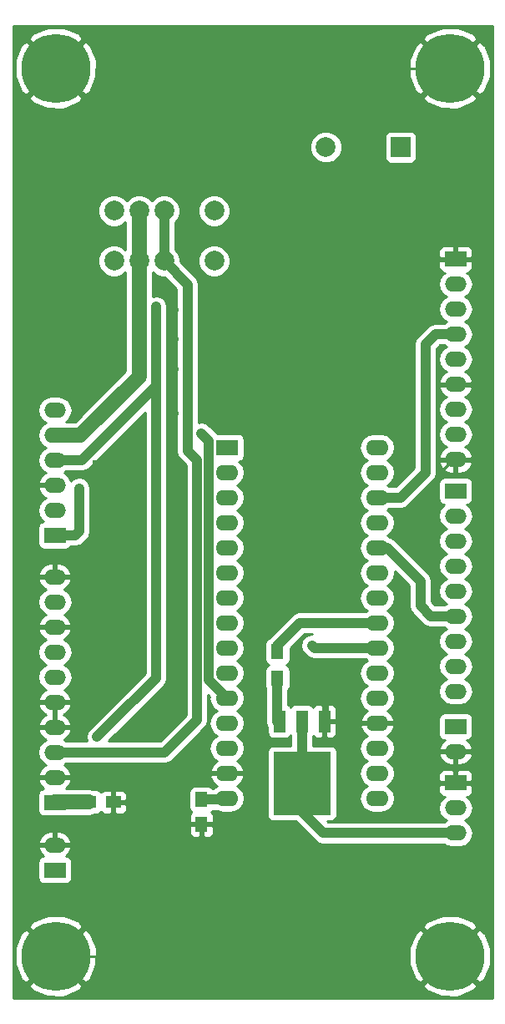
<source format=gbl>
G04 #@! TF.FileFunction,Copper,L2,Bot,Signal*
%FSLAX46Y46*%
G04 Gerber Fmt 4.6, Leading zero omitted, Abs format (unit mm)*
G04 Created by KiCad (PCBNEW 4.0.7) date 12/30/17 16:03:51*
%MOMM*%
%LPD*%
G01*
G04 APERTURE LIST*
%ADD10C,0.100000*%
%ADD11R,2.197100X1.524000*%
%ADD12O,2.197100X1.524000*%
%ADD13C,2.000000*%
%ADD14R,2.286000X1.574800*%
%ADD15O,2.286000X1.574800*%
%ADD16R,1.500000X1.250000*%
%ADD17R,1.250000X1.500000*%
%ADD18R,1.300000X1.500000*%
%ADD19C,7.000000*%
%ADD20R,1.200000X2.200000*%
%ADD21R,5.800000X6.400000*%
%ADD22R,2.750000X3.050000*%
%ADD23R,2.000000X2.000000*%
%ADD24C,0.600000*%
%ADD25C,1.000000*%
%ADD26C,1.500000*%
%ADD27C,0.250000*%
%ADD28C,0.254000*%
G04 APERTURE END LIST*
D10*
D11*
X164923800Y-121270000D03*
D12*
X164923800Y-118730000D03*
D13*
X181080000Y-54460000D03*
X181080000Y-59540000D03*
X176000000Y-54460000D03*
X176000000Y-59540000D03*
X173460000Y-54460000D03*
X170920000Y-54460000D03*
X170920000Y-59540000D03*
X173460000Y-59540000D03*
D14*
X182380000Y-78450000D03*
D15*
X182380000Y-80990000D03*
X182380000Y-83530000D03*
X182380000Y-86070000D03*
X182380000Y-88610000D03*
X182380000Y-91150000D03*
X182380000Y-93690000D03*
X182380000Y-96230000D03*
X182380000Y-98770000D03*
X182380000Y-101310000D03*
X182380000Y-103850000D03*
X182380000Y-106390000D03*
X182380000Y-108930000D03*
X182380000Y-111470000D03*
X182380000Y-114010000D03*
X197620000Y-114010000D03*
X197620000Y-111470000D03*
X197620000Y-108930000D03*
X197620000Y-106390000D03*
X197620000Y-103850000D03*
X197620000Y-101310000D03*
X197620000Y-98770000D03*
X197620000Y-96230000D03*
X197620000Y-93690000D03*
X197620000Y-91150000D03*
X197620000Y-88610000D03*
X197620000Y-86070000D03*
X197620000Y-83530000D03*
X197620000Y-80990000D03*
X197620000Y-78450000D03*
D12*
X205576200Y-77120000D03*
X205576200Y-74580000D03*
X205576200Y-69500000D03*
X205576200Y-66960000D03*
X205576200Y-64420000D03*
X205576200Y-79660000D03*
X205576200Y-72040000D03*
D11*
X205576200Y-59340000D03*
D12*
X205576200Y-61880000D03*
D16*
X168350000Y-114400000D03*
X170850000Y-114400000D03*
D17*
X179800000Y-114150000D03*
X179800000Y-116650000D03*
D12*
X164923800Y-79730000D03*
X164923800Y-82270000D03*
X164923800Y-74650000D03*
X164923800Y-77190000D03*
D11*
X164923800Y-87350000D03*
D12*
X164923800Y-84810000D03*
X164923800Y-94110000D03*
X164923800Y-96650000D03*
X164923800Y-99190000D03*
X164923800Y-104270000D03*
X164923800Y-106810000D03*
X164923800Y-109350000D03*
X164923800Y-91570000D03*
X164923800Y-101730000D03*
D11*
X164923800Y-114430000D03*
D12*
X164923800Y-111890000D03*
D11*
X205576200Y-106730000D03*
D12*
X205576200Y-109270000D03*
X205576200Y-117540000D03*
D11*
X205576200Y-112460000D03*
D12*
X205576200Y-115000000D03*
X205576200Y-100620000D03*
X205576200Y-98080000D03*
X205576200Y-93000000D03*
X205576200Y-90460000D03*
X205576200Y-87920000D03*
X205576200Y-103160000D03*
X205576200Y-95540000D03*
D11*
X205576200Y-82840000D03*
D12*
X205576200Y-85380000D03*
D18*
X187500000Y-99150000D03*
X187500000Y-101850000D03*
D19*
X165000000Y-40000000D03*
X205000000Y-40000000D03*
X165000000Y-130000000D03*
X205000000Y-130000000D03*
D20*
X187720000Y-106200000D03*
X190000000Y-106200000D03*
X192280000Y-106200000D03*
D21*
X190000000Y-112500000D03*
D22*
X191525000Y-114175000D03*
X188475000Y-110825000D03*
X188475000Y-114175000D03*
X191525000Y-110825000D03*
D23*
X200000000Y-48000000D03*
D13*
X192400000Y-48000000D03*
D24*
X169200000Y-107800000D03*
X169800000Y-107200000D03*
X170400000Y-106600000D03*
X175200000Y-64200000D03*
X175200000Y-65200000D03*
X175200000Y-66800000D03*
X174400000Y-121800000D03*
X181471876Y-122949990D03*
X178193672Y-122949990D03*
X165000000Y-125000000D03*
X165000000Y-45000000D03*
X165000000Y-50000000D03*
X162000000Y-51000000D03*
X162000000Y-56000000D03*
X162000000Y-61000000D03*
X162000000Y-66000000D03*
X162000000Y-71000000D03*
X162000000Y-76000000D03*
X162000000Y-81000000D03*
X162000000Y-86000000D03*
X162000000Y-91000000D03*
X162000000Y-96000000D03*
X162000000Y-101000000D03*
X162000000Y-106000000D03*
X162000000Y-111000000D03*
X162000000Y-116000000D03*
X162000000Y-121000000D03*
X192500000Y-100500000D03*
X190000000Y-100500000D03*
X190000000Y-102000000D03*
X192500000Y-102000000D03*
X175400000Y-105000008D03*
X177199996Y-75000000D03*
X177250010Y-64500000D03*
X177250010Y-70500000D03*
X169010066Y-80010066D03*
X177250010Y-67500000D03*
X177250000Y-100000004D03*
X177250000Y-80000000D03*
X177249994Y-85000000D03*
X177250000Y-90000000D03*
X177250000Y-95000000D03*
X205000000Y-55000000D03*
X205000000Y-50000000D03*
X205000000Y-45000000D03*
X170000000Y-40000000D03*
X175000000Y-40000000D03*
X180000000Y-40000000D03*
X185000000Y-40000000D03*
X190000000Y-40000000D03*
X195000000Y-40000000D03*
X200000000Y-40000000D03*
X170000000Y-130000000D03*
X175000000Y-130000000D03*
X180000000Y-130000000D03*
X185000000Y-130000000D03*
X190000000Y-130000000D03*
X195000000Y-130000000D03*
X200000000Y-130000000D03*
X165000000Y-130000000D03*
X201000000Y-113000000D03*
X201000000Y-111000000D03*
X201000000Y-109000000D03*
X203000000Y-109000000D03*
X203000000Y-111000000D03*
X203000000Y-113000000D03*
X183250000Y-121000000D03*
X169000000Y-85000000D03*
X169000000Y-90000000D03*
X169000000Y-95000000D03*
X169000000Y-100000000D03*
X169000000Y-105000000D03*
X203500000Y-84500000D03*
X203500000Y-86500000D03*
X203500000Y-89000000D03*
X203500000Y-91500000D03*
X196000000Y-77000000D03*
X196000000Y-74500000D03*
X196000000Y-72000000D03*
X196000000Y-69500000D03*
X195500000Y-93000000D03*
X195500000Y-90500000D03*
X195500000Y-88000000D03*
X195500000Y-85500000D03*
X195500000Y-83000000D03*
X195500000Y-80500000D03*
X187000000Y-94000000D03*
X187000000Y-92000000D03*
X185000000Y-92000000D03*
X167400000Y-82600000D03*
X197620000Y-88610000D03*
X179750000Y-77000000D03*
X191000000Y-98500000D03*
D25*
X179800000Y-114150000D02*
X182240000Y-114150000D01*
X182240000Y-114150000D02*
X182380000Y-114010000D01*
D26*
X168350000Y-114400000D02*
X164953800Y-114400000D01*
X164953800Y-114400000D02*
X164923800Y-114430000D01*
D25*
X167670000Y-79730000D02*
X164923800Y-79730000D01*
X169800000Y-107200000D02*
X169200000Y-107800000D01*
X170400000Y-106600000D02*
X169800000Y-107200000D01*
X175200000Y-72200000D02*
X175200000Y-101800000D01*
X175200000Y-101800000D02*
X170400000Y-106600000D01*
X175200000Y-65200000D02*
X175200000Y-64200000D01*
X175200000Y-66800000D02*
X175200000Y-65200000D01*
X175200000Y-72200000D02*
X167670000Y-79730000D01*
X175200000Y-66800000D02*
X175200000Y-72200000D01*
D27*
X174699999Y-122099999D02*
X174400000Y-121800000D01*
X175549990Y-122949990D02*
X174699999Y-122099999D01*
X178193672Y-122949990D02*
X175549990Y-122949990D01*
X183250000Y-121000000D02*
X181471876Y-122778124D01*
X181471876Y-122778124D02*
X181471876Y-122949990D01*
X165000000Y-45000000D02*
X165000000Y-50000000D01*
X163000000Y-50000000D02*
X165000000Y-50000000D01*
X162000000Y-51000000D02*
X163000000Y-50000000D01*
X162000000Y-61000000D02*
X162000000Y-56000000D01*
X162000000Y-71000000D02*
X162000000Y-66000000D01*
X162000000Y-81000000D02*
X162000000Y-76000000D01*
X162000000Y-91000000D02*
X162000000Y-86000000D01*
X162000000Y-101000000D02*
X162000000Y-96000000D01*
X162000000Y-111000000D02*
X162000000Y-106000000D01*
X162000000Y-121000000D02*
X162000000Y-116000000D01*
X192540000Y-106225000D02*
X192540000Y-102040000D01*
X190000000Y-102000000D02*
X190000000Y-100500000D01*
X192540000Y-102040000D02*
X192500000Y-102000000D01*
X177250010Y-67500000D02*
X177250010Y-64500000D01*
X205000000Y-45000000D02*
X205000000Y-50000000D01*
X205000000Y-40000000D02*
X200000000Y-40000000D01*
X175000000Y-40000000D02*
X170000000Y-40000000D01*
X185000000Y-40000000D02*
X180000000Y-40000000D01*
X195000000Y-40000000D02*
X190000000Y-40000000D01*
X170000000Y-130000000D02*
X165000000Y-130000000D01*
X180000000Y-130000000D02*
X175000000Y-130000000D01*
X190000000Y-130000000D02*
X185000000Y-130000000D01*
X200000000Y-130000000D02*
X195000000Y-130000000D01*
X205576200Y-109270000D02*
X203270000Y-109270000D01*
X203270000Y-109270000D02*
X203000000Y-109000000D01*
X205576200Y-112460000D02*
X203540000Y-112460000D01*
X201000000Y-109000000D02*
X201000000Y-111000000D01*
X203000000Y-111000000D02*
X203000000Y-109000000D01*
X203540000Y-112460000D02*
X203000000Y-113000000D01*
X205576200Y-79660000D02*
X205340000Y-79660000D01*
X205340000Y-79660000D02*
X203500000Y-81500000D01*
X203500000Y-81500000D02*
X203500000Y-84500000D01*
X203500000Y-86500000D02*
X203500000Y-89000000D01*
X196000000Y-74500000D02*
X196000000Y-77000000D01*
X196000000Y-69500000D02*
X196000000Y-72000000D01*
X195500000Y-90500000D02*
X195500000Y-93000000D01*
X195500000Y-85500000D02*
X195500000Y-88000000D01*
X195500000Y-80500000D02*
X195500000Y-83000000D01*
X187000000Y-94000000D02*
X187000000Y-92000000D01*
D26*
X173460000Y-59540000D02*
X173460000Y-54460000D01*
X164923800Y-77190000D02*
X167522350Y-77190000D01*
X167522350Y-77190000D02*
X173460000Y-71252350D01*
X173460000Y-71252350D02*
X173460000Y-60954213D01*
X173460000Y-60954213D02*
X173460000Y-59540000D01*
D25*
X173460000Y-59540000D02*
X173460000Y-60040000D01*
X167400000Y-86972350D02*
X167400000Y-82600000D01*
X164923800Y-87350000D02*
X167022350Y-87350000D01*
X167022350Y-87350000D02*
X167400000Y-86972350D01*
X205576200Y-66960000D02*
X203540000Y-66960000D01*
X199970000Y-83530000D02*
X197620000Y-83530000D01*
X202500000Y-81000000D02*
X199970000Y-83530000D01*
X202500000Y-68000000D02*
X202500000Y-81000000D01*
X203540000Y-66960000D02*
X202500000Y-68000000D01*
X176000000Y-59540000D02*
X176000000Y-54460000D01*
X178400000Y-78800000D02*
X178400000Y-61940000D01*
X178400000Y-61940000D02*
X176000000Y-59540000D01*
X179336979Y-79736979D02*
X178400000Y-78800000D01*
X176050000Y-109350000D02*
X179336979Y-106063021D01*
X179336979Y-106063021D02*
X179336979Y-79736979D01*
X164923800Y-109350000D02*
X176050000Y-109350000D01*
X190000000Y-106225000D02*
X190000000Y-115375000D01*
X205576200Y-117540000D02*
X192165000Y-117540000D01*
X192165000Y-117540000D02*
X190000000Y-115375000D01*
X197620000Y-88610000D02*
X198610000Y-88610000D01*
X198610000Y-88610000D02*
X202000000Y-92000000D01*
X203040000Y-95540000D02*
X205576200Y-95540000D01*
X202000000Y-94500000D02*
X203040000Y-95540000D01*
X202000000Y-92000000D02*
X202000000Y-94500000D01*
X180536990Y-77786990D02*
X180536990Y-102006990D01*
X179750000Y-77000000D02*
X180536990Y-77786990D01*
X180536990Y-102006990D02*
X182380000Y-103850000D01*
X187460000Y-106225000D02*
X187460000Y-101890000D01*
X187460000Y-101890000D02*
X187500000Y-101850000D01*
X197620000Y-96230000D02*
X189770000Y-96230000D01*
X189770000Y-96230000D02*
X187500000Y-98500000D01*
X187500000Y-98500000D02*
X187500000Y-99150000D01*
X191270000Y-98770000D02*
X197620000Y-98770000D01*
X191000000Y-98500000D02*
X191270000Y-98770000D01*
D28*
G36*
X209290000Y-134290000D02*
X160710000Y-134290000D01*
X160710000Y-132957312D01*
X162222293Y-132957312D01*
X162625762Y-133483924D01*
X164139730Y-134127307D01*
X165784666Y-134142346D01*
X167310145Y-133526750D01*
X167374238Y-133483924D01*
X167777707Y-132957312D01*
X202222293Y-132957312D01*
X202625762Y-133483924D01*
X204139730Y-134127307D01*
X205784666Y-134142346D01*
X207310145Y-133526750D01*
X207374238Y-133483924D01*
X207777707Y-132957312D01*
X205000000Y-130179605D01*
X202222293Y-132957312D01*
X167777707Y-132957312D01*
X165000000Y-130179605D01*
X162222293Y-132957312D01*
X160710000Y-132957312D01*
X160710000Y-130784666D01*
X160857654Y-130784666D01*
X161473250Y-132310145D01*
X161516076Y-132374238D01*
X162042688Y-132777707D01*
X164820395Y-130000000D01*
X165179605Y-130000000D01*
X167957312Y-132777707D01*
X168483924Y-132374238D01*
X169127307Y-130860270D01*
X169127998Y-130784666D01*
X200857654Y-130784666D01*
X201473250Y-132310145D01*
X201516076Y-132374238D01*
X202042688Y-132777707D01*
X204820395Y-130000000D01*
X205179605Y-130000000D01*
X207957312Y-132777707D01*
X208483924Y-132374238D01*
X209127307Y-130860270D01*
X209142346Y-129215334D01*
X208526750Y-127689855D01*
X208483924Y-127625762D01*
X207957312Y-127222293D01*
X205179605Y-130000000D01*
X204820395Y-130000000D01*
X202042688Y-127222293D01*
X201516076Y-127625762D01*
X200872693Y-129139730D01*
X200857654Y-130784666D01*
X169127998Y-130784666D01*
X169142346Y-129215334D01*
X168526750Y-127689855D01*
X168483924Y-127625762D01*
X167957312Y-127222293D01*
X165179605Y-130000000D01*
X164820395Y-130000000D01*
X162042688Y-127222293D01*
X161516076Y-127625762D01*
X160872693Y-129139730D01*
X160857654Y-130784666D01*
X160710000Y-130784666D01*
X160710000Y-127042688D01*
X162222293Y-127042688D01*
X165000000Y-129820395D01*
X167777707Y-127042688D01*
X202222293Y-127042688D01*
X205000000Y-129820395D01*
X207777707Y-127042688D01*
X207374238Y-126516076D01*
X205860270Y-125872693D01*
X204215334Y-125857654D01*
X202689855Y-126473250D01*
X202625762Y-126516076D01*
X202222293Y-127042688D01*
X167777707Y-127042688D01*
X167374238Y-126516076D01*
X165860270Y-125872693D01*
X164215334Y-125857654D01*
X162689855Y-126473250D01*
X162625762Y-126516076D01*
X162222293Y-127042688D01*
X160710000Y-127042688D01*
X160710000Y-120508000D01*
X163177810Y-120508000D01*
X163177810Y-122032000D01*
X163222088Y-122267317D01*
X163361160Y-122483441D01*
X163573360Y-122628431D01*
X163825250Y-122679440D01*
X166022350Y-122679440D01*
X166257667Y-122635162D01*
X166473791Y-122496090D01*
X166618781Y-122283890D01*
X166669790Y-122032000D01*
X166669790Y-120508000D01*
X166625512Y-120272683D01*
X166486440Y-120056559D01*
X166274240Y-119911569D01*
X166044663Y-119865079D01*
X166337980Y-119628026D01*
X166599610Y-119147277D01*
X166614570Y-119073070D01*
X166492070Y-118857000D01*
X165050800Y-118857000D01*
X165050800Y-118877000D01*
X164796800Y-118877000D01*
X164796800Y-118857000D01*
X163355530Y-118857000D01*
X163233030Y-119073070D01*
X163247990Y-119147277D01*
X163509620Y-119628026D01*
X163802616Y-119864819D01*
X163589933Y-119904838D01*
X163373809Y-120043910D01*
X163228819Y-120256110D01*
X163177810Y-120508000D01*
X160710000Y-120508000D01*
X160710000Y-118386930D01*
X163233030Y-118386930D01*
X163355530Y-118603000D01*
X164796800Y-118603000D01*
X164796800Y-117333000D01*
X165050800Y-117333000D01*
X165050800Y-118603000D01*
X166492070Y-118603000D01*
X166614570Y-118386930D01*
X166599610Y-118312723D01*
X166337980Y-117831974D01*
X165912291Y-117487941D01*
X165387350Y-117333000D01*
X165050800Y-117333000D01*
X164796800Y-117333000D01*
X164460250Y-117333000D01*
X163935309Y-117487941D01*
X163509620Y-117831974D01*
X163247990Y-118312723D01*
X163233030Y-118386930D01*
X160710000Y-118386930D01*
X160710000Y-116935750D01*
X178540000Y-116935750D01*
X178540000Y-117526309D01*
X178636673Y-117759698D01*
X178815301Y-117938327D01*
X179048690Y-118035000D01*
X179514250Y-118035000D01*
X179673000Y-117876250D01*
X179673000Y-116777000D01*
X179927000Y-116777000D01*
X179927000Y-117876250D01*
X180085750Y-118035000D01*
X180551310Y-118035000D01*
X180784699Y-117938327D01*
X180963327Y-117759698D01*
X181060000Y-117526309D01*
X181060000Y-116935750D01*
X180901250Y-116777000D01*
X179927000Y-116777000D01*
X179673000Y-116777000D01*
X178698750Y-116777000D01*
X178540000Y-116935750D01*
X160710000Y-116935750D01*
X160710000Y-113668000D01*
X163177810Y-113668000D01*
X163177810Y-115192000D01*
X163222088Y-115427317D01*
X163361160Y-115643441D01*
X163573360Y-115788431D01*
X163825250Y-115839440D01*
X166022350Y-115839440D01*
X166257667Y-115795162D01*
X166273459Y-115785000D01*
X168350000Y-115785000D01*
X168880017Y-115679573D01*
X168890692Y-115672440D01*
X169100000Y-115672440D01*
X169335317Y-115628162D01*
X169551441Y-115489090D01*
X169597969Y-115420994D01*
X169740302Y-115563327D01*
X169973691Y-115660000D01*
X170564250Y-115660000D01*
X170723000Y-115501250D01*
X170723000Y-114527000D01*
X170977000Y-114527000D01*
X170977000Y-115501250D01*
X171135750Y-115660000D01*
X171726309Y-115660000D01*
X171959698Y-115563327D01*
X172138327Y-115384699D01*
X172235000Y-115151310D01*
X172235000Y-114685750D01*
X172076250Y-114527000D01*
X170977000Y-114527000D01*
X170723000Y-114527000D01*
X170703000Y-114527000D01*
X170703000Y-114273000D01*
X170723000Y-114273000D01*
X170723000Y-113298750D01*
X170977000Y-113298750D01*
X170977000Y-114273000D01*
X172076250Y-114273000D01*
X172235000Y-114114250D01*
X172235000Y-113648690D01*
X172138327Y-113415301D01*
X172123026Y-113400000D01*
X178527560Y-113400000D01*
X178527560Y-114900000D01*
X178571838Y-115135317D01*
X178710910Y-115351441D01*
X178779006Y-115397969D01*
X178636673Y-115540302D01*
X178540000Y-115773691D01*
X178540000Y-116364250D01*
X178698750Y-116523000D01*
X179673000Y-116523000D01*
X179673000Y-116503000D01*
X179927000Y-116503000D01*
X179927000Y-116523000D01*
X180901250Y-116523000D01*
X181060000Y-116364250D01*
X181060000Y-115773691D01*
X180963327Y-115540302D01*
X180822090Y-115399064D01*
X180876441Y-115364090D01*
X180930481Y-115285000D01*
X181386682Y-115285000D01*
X181445238Y-115324126D01*
X181989567Y-115432400D01*
X182770433Y-115432400D01*
X183314762Y-115324126D01*
X183776222Y-115015789D01*
X184084559Y-114554329D01*
X184192833Y-114010000D01*
X184084559Y-113465671D01*
X183776222Y-113004211D01*
X183381170Y-112740246D01*
X183397262Y-112735525D01*
X183831191Y-112385986D01*
X184098327Y-111896996D01*
X184115010Y-111817060D01*
X183992852Y-111597000D01*
X182507000Y-111597000D01*
X182507000Y-111617000D01*
X182253000Y-111617000D01*
X182253000Y-111597000D01*
X180767148Y-111597000D01*
X180644990Y-111817060D01*
X180661673Y-111896996D01*
X180928809Y-112385986D01*
X181362738Y-112735525D01*
X181378830Y-112740246D01*
X180983778Y-113004211D01*
X180976569Y-113015000D01*
X180931844Y-113015000D01*
X180889090Y-112948559D01*
X180676890Y-112803569D01*
X180425000Y-112752560D01*
X179175000Y-112752560D01*
X178939683Y-112796838D01*
X178723559Y-112935910D01*
X178578569Y-113148110D01*
X178527560Y-113400000D01*
X172123026Y-113400000D01*
X171959698Y-113236673D01*
X171726309Y-113140000D01*
X171135750Y-113140000D01*
X170977000Y-113298750D01*
X170723000Y-113298750D01*
X170564250Y-113140000D01*
X169973691Y-113140000D01*
X169740302Y-113236673D01*
X169599064Y-113377910D01*
X169564090Y-113323559D01*
X169351890Y-113178569D01*
X169100000Y-113127560D01*
X168890692Y-113127560D01*
X168880017Y-113120427D01*
X168350000Y-113015000D01*
X166057134Y-113015000D01*
X166337980Y-112788026D01*
X166599610Y-112307277D01*
X166614570Y-112233070D01*
X166492070Y-112017000D01*
X165050800Y-112017000D01*
X165050800Y-112037000D01*
X164796800Y-112037000D01*
X164796800Y-112017000D01*
X163355530Y-112017000D01*
X163233030Y-112233070D01*
X163247990Y-112307277D01*
X163509620Y-112788026D01*
X163802616Y-113024819D01*
X163589933Y-113064838D01*
X163373809Y-113203910D01*
X163228819Y-113416110D01*
X163177810Y-113668000D01*
X160710000Y-113668000D01*
X160710000Y-104613070D01*
X163233030Y-104613070D01*
X163247990Y-104687277D01*
X163509620Y-105168026D01*
X163935309Y-105512059D01*
X164029973Y-105540000D01*
X163935309Y-105567941D01*
X163509620Y-105911974D01*
X163247990Y-106392723D01*
X163233030Y-106466930D01*
X163355530Y-106683000D01*
X164796800Y-106683000D01*
X164796800Y-104397000D01*
X165050800Y-104397000D01*
X165050800Y-106683000D01*
X166492070Y-106683000D01*
X166614570Y-106466930D01*
X166599610Y-106392723D01*
X166337980Y-105911974D01*
X165912291Y-105567941D01*
X165817627Y-105540000D01*
X165912291Y-105512059D01*
X166337980Y-105168026D01*
X166599610Y-104687277D01*
X166614570Y-104613070D01*
X166492070Y-104397000D01*
X165050800Y-104397000D01*
X164796800Y-104397000D01*
X163355530Y-104397000D01*
X163233030Y-104613070D01*
X160710000Y-104613070D01*
X160710000Y-99190000D01*
X163156288Y-99190000D01*
X163262628Y-99724609D01*
X163565460Y-100177828D01*
X163987759Y-100460000D01*
X163565460Y-100742172D01*
X163262628Y-101195391D01*
X163156288Y-101730000D01*
X163262628Y-102264609D01*
X163565460Y-102717828D01*
X164000693Y-103008642D01*
X163935309Y-103027941D01*
X163509620Y-103371974D01*
X163247990Y-103852723D01*
X163233030Y-103926930D01*
X163355530Y-104143000D01*
X164796800Y-104143000D01*
X164796800Y-104123000D01*
X165050800Y-104123000D01*
X165050800Y-104143000D01*
X166492070Y-104143000D01*
X166614570Y-103926930D01*
X166599610Y-103852723D01*
X166337980Y-103371974D01*
X165912291Y-103027941D01*
X165846907Y-103008642D01*
X166282140Y-102717828D01*
X166584972Y-102264609D01*
X166691312Y-101730000D01*
X166584972Y-101195391D01*
X166282140Y-100742172D01*
X165859841Y-100460000D01*
X166282140Y-100177828D01*
X166584972Y-99724609D01*
X166691312Y-99190000D01*
X166584972Y-98655391D01*
X166282140Y-98202172D01*
X165846907Y-97911358D01*
X165912291Y-97892059D01*
X166337980Y-97548026D01*
X166599610Y-97067277D01*
X166614570Y-96993070D01*
X166492070Y-96777000D01*
X165050800Y-96777000D01*
X165050800Y-96797000D01*
X164796800Y-96797000D01*
X164796800Y-96777000D01*
X163355530Y-96777000D01*
X163233030Y-96993070D01*
X163247990Y-97067277D01*
X163509620Y-97548026D01*
X163935309Y-97892059D01*
X164000693Y-97911358D01*
X163565460Y-98202172D01*
X163262628Y-98655391D01*
X163156288Y-99190000D01*
X160710000Y-99190000D01*
X160710000Y-94110000D01*
X163156288Y-94110000D01*
X163262628Y-94644609D01*
X163565460Y-95097828D01*
X164000693Y-95388642D01*
X163935309Y-95407941D01*
X163509620Y-95751974D01*
X163247990Y-96232723D01*
X163233030Y-96306930D01*
X163355530Y-96523000D01*
X164796800Y-96523000D01*
X164796800Y-96503000D01*
X165050800Y-96503000D01*
X165050800Y-96523000D01*
X166492070Y-96523000D01*
X166614570Y-96306930D01*
X166599610Y-96232723D01*
X166337980Y-95751974D01*
X165912291Y-95407941D01*
X165846907Y-95388642D01*
X166282140Y-95097828D01*
X166584972Y-94644609D01*
X166691312Y-94110000D01*
X166584972Y-93575391D01*
X166282140Y-93122172D01*
X165846907Y-92831358D01*
X165912291Y-92812059D01*
X166337980Y-92468026D01*
X166599610Y-91987277D01*
X166614570Y-91913070D01*
X166492070Y-91697000D01*
X165050800Y-91697000D01*
X165050800Y-91717000D01*
X164796800Y-91717000D01*
X164796800Y-91697000D01*
X163355530Y-91697000D01*
X163233030Y-91913070D01*
X163247990Y-91987277D01*
X163509620Y-92468026D01*
X163935309Y-92812059D01*
X164000693Y-92831358D01*
X163565460Y-93122172D01*
X163262628Y-93575391D01*
X163156288Y-94110000D01*
X160710000Y-94110000D01*
X160710000Y-91226930D01*
X163233030Y-91226930D01*
X163355530Y-91443000D01*
X164796800Y-91443000D01*
X164796800Y-90173000D01*
X165050800Y-90173000D01*
X165050800Y-91443000D01*
X166492070Y-91443000D01*
X166614570Y-91226930D01*
X166599610Y-91152723D01*
X166337980Y-90671974D01*
X165912291Y-90327941D01*
X165387350Y-90173000D01*
X165050800Y-90173000D01*
X164796800Y-90173000D01*
X164460250Y-90173000D01*
X163935309Y-90327941D01*
X163509620Y-90671974D01*
X163247990Y-91152723D01*
X163233030Y-91226930D01*
X160710000Y-91226930D01*
X160710000Y-74650000D01*
X163156288Y-74650000D01*
X163262628Y-75184609D01*
X163565460Y-75637828D01*
X163987759Y-75920000D01*
X163565460Y-76202172D01*
X163262628Y-76655391D01*
X163156288Y-77190000D01*
X163262628Y-77724609D01*
X163565460Y-78177828D01*
X163987759Y-78460000D01*
X163565460Y-78742172D01*
X163262628Y-79195391D01*
X163156288Y-79730000D01*
X163262628Y-80264609D01*
X163565460Y-80717828D01*
X164000693Y-81008642D01*
X163935309Y-81027941D01*
X163509620Y-81371974D01*
X163247990Y-81852723D01*
X163233030Y-81926930D01*
X163355530Y-82143000D01*
X164796800Y-82143000D01*
X164796800Y-82123000D01*
X165050800Y-82123000D01*
X165050800Y-82143000D01*
X165070800Y-82143000D01*
X165070800Y-82397000D01*
X165050800Y-82397000D01*
X165050800Y-82417000D01*
X164796800Y-82417000D01*
X164796800Y-82397000D01*
X163355530Y-82397000D01*
X163233030Y-82613070D01*
X163247990Y-82687277D01*
X163509620Y-83168026D01*
X163935309Y-83512059D01*
X164000693Y-83531358D01*
X163565460Y-83822172D01*
X163262628Y-84275391D01*
X163156288Y-84810000D01*
X163262628Y-85344609D01*
X163565460Y-85797828D01*
X163789219Y-85947340D01*
X163589933Y-85984838D01*
X163373809Y-86123910D01*
X163228819Y-86336110D01*
X163177810Y-86588000D01*
X163177810Y-88112000D01*
X163222088Y-88347317D01*
X163361160Y-88563441D01*
X163573360Y-88708431D01*
X163825250Y-88759440D01*
X166022350Y-88759440D01*
X166257667Y-88715162D01*
X166473791Y-88576090D01*
X166536030Y-88485000D01*
X167022350Y-88485000D01*
X167456696Y-88398603D01*
X167824916Y-88152566D01*
X168202566Y-87774916D01*
X168448603Y-87406696D01*
X168535000Y-86972350D01*
X168535000Y-82600000D01*
X168448603Y-82165654D01*
X168202566Y-81797434D01*
X167834346Y-81551397D01*
X167400000Y-81465000D01*
X166965654Y-81551397D01*
X166597434Y-81797434D01*
X166582050Y-81820457D01*
X166337980Y-81371974D01*
X165912291Y-81027941D01*
X165846907Y-81008642D01*
X166061882Y-80865000D01*
X167670000Y-80865000D01*
X168104346Y-80778603D01*
X168472566Y-80532566D01*
X174065000Y-74940132D01*
X174065000Y-101329868D01*
X168397434Y-106997434D01*
X168151397Y-107365655D01*
X168065000Y-107800000D01*
X168147549Y-108215000D01*
X166061882Y-108215000D01*
X165846907Y-108071358D01*
X165912291Y-108052059D01*
X166337980Y-107708026D01*
X166599610Y-107227277D01*
X166614570Y-107153070D01*
X166492070Y-106937000D01*
X165050800Y-106937000D01*
X165050800Y-106957000D01*
X164796800Y-106957000D01*
X164796800Y-106937000D01*
X163355530Y-106937000D01*
X163233030Y-107153070D01*
X163247990Y-107227277D01*
X163509620Y-107708026D01*
X163935309Y-108052059D01*
X164000693Y-108071358D01*
X163565460Y-108362172D01*
X163262628Y-108815391D01*
X163156288Y-109350000D01*
X163262628Y-109884609D01*
X163565460Y-110337828D01*
X164000693Y-110628642D01*
X163935309Y-110647941D01*
X163509620Y-110991974D01*
X163247990Y-111472723D01*
X163233030Y-111546930D01*
X163355530Y-111763000D01*
X164796800Y-111763000D01*
X164796800Y-111743000D01*
X165050800Y-111743000D01*
X165050800Y-111763000D01*
X166492070Y-111763000D01*
X166614570Y-111546930D01*
X166599610Y-111472723D01*
X166337980Y-110991974D01*
X165912291Y-110647941D01*
X165846907Y-110628642D01*
X166061882Y-110485000D01*
X176050000Y-110485000D01*
X176484346Y-110398603D01*
X176852566Y-110152566D01*
X180139545Y-106865587D01*
X180140045Y-106864838D01*
X180385582Y-106497367D01*
X180471979Y-106063021D01*
X180471979Y-103547111D01*
X180601627Y-103676759D01*
X180567167Y-103850000D01*
X180675441Y-104394329D01*
X180983778Y-104855789D01*
X181379199Y-105120000D01*
X180983778Y-105384211D01*
X180675441Y-105845671D01*
X180567167Y-106390000D01*
X180675441Y-106934329D01*
X180983778Y-107395789D01*
X181379199Y-107660000D01*
X180983778Y-107924211D01*
X180675441Y-108385671D01*
X180567167Y-108930000D01*
X180675441Y-109474329D01*
X180983778Y-109935789D01*
X181378830Y-110199754D01*
X181362738Y-110204475D01*
X180928809Y-110554014D01*
X180661673Y-111043004D01*
X180644990Y-111122940D01*
X180767148Y-111343000D01*
X182253000Y-111343000D01*
X182253000Y-111323000D01*
X182507000Y-111323000D01*
X182507000Y-111343000D01*
X183992852Y-111343000D01*
X184115010Y-111122940D01*
X184098327Y-111043004D01*
X183831191Y-110554014D01*
X183397262Y-110204475D01*
X183381170Y-110199754D01*
X183776222Y-109935789D01*
X184084559Y-109474329D01*
X184192833Y-108930000D01*
X184084559Y-108385671D01*
X183776222Y-107924211D01*
X183380801Y-107660000D01*
X183776222Y-107395789D01*
X184084559Y-106934329D01*
X184192833Y-106390000D01*
X184084559Y-105845671D01*
X183776222Y-105384211D01*
X183380801Y-105120000D01*
X183776222Y-104855789D01*
X184084559Y-104394329D01*
X184192833Y-103850000D01*
X184084559Y-103305671D01*
X183776222Y-102844211D01*
X183380801Y-102580000D01*
X183776222Y-102315789D01*
X184084559Y-101854329D01*
X184192833Y-101310000D01*
X184084559Y-100765671D01*
X183776222Y-100304211D01*
X183380801Y-100040000D01*
X183776222Y-99775789D01*
X184084559Y-99314329D01*
X184192833Y-98770000D01*
X184119236Y-98400000D01*
X186202560Y-98400000D01*
X186202560Y-99900000D01*
X186246838Y-100135317D01*
X186385910Y-100351441D01*
X186598110Y-100496431D01*
X186611197Y-100499081D01*
X186398559Y-100635910D01*
X186253569Y-100848110D01*
X186202560Y-101100000D01*
X186202560Y-102600000D01*
X186246838Y-102835317D01*
X186325000Y-102956784D01*
X186325000Y-106225000D01*
X186411397Y-106659346D01*
X186472560Y-106750883D01*
X186472560Y-107300000D01*
X186516838Y-107535317D01*
X186655910Y-107751441D01*
X186868110Y-107896431D01*
X187120000Y-107947440D01*
X188320000Y-107947440D01*
X188555317Y-107903162D01*
X188771441Y-107764090D01*
X188860333Y-107633992D01*
X188865000Y-107641244D01*
X188865000Y-108652560D01*
X187100000Y-108652560D01*
X186864683Y-108696838D01*
X186648559Y-108835910D01*
X186503569Y-109048110D01*
X186452560Y-109300000D01*
X186452560Y-115700000D01*
X186496838Y-115935317D01*
X186635910Y-116151441D01*
X186848110Y-116296431D01*
X187100000Y-116347440D01*
X189367308Y-116347440D01*
X191362434Y-118342566D01*
X191730654Y-118588603D01*
X192165000Y-118675000D01*
X204438118Y-118675000D01*
X204671079Y-118830660D01*
X205205688Y-118937000D01*
X205946712Y-118937000D01*
X206481321Y-118830660D01*
X206934540Y-118527828D01*
X207237372Y-118074609D01*
X207343712Y-117540000D01*
X207237372Y-117005391D01*
X206934540Y-116552172D01*
X206512241Y-116270000D01*
X206934540Y-115987828D01*
X207237372Y-115534609D01*
X207343712Y-115000000D01*
X207237372Y-114465391D01*
X206934540Y-114012172D01*
X206702309Y-113857000D01*
X206801060Y-113857000D01*
X207034449Y-113760327D01*
X207213077Y-113581698D01*
X207309750Y-113348309D01*
X207309750Y-112745750D01*
X207151000Y-112587000D01*
X205703200Y-112587000D01*
X205703200Y-112607000D01*
X205449200Y-112607000D01*
X205449200Y-112587000D01*
X204001400Y-112587000D01*
X203842650Y-112745750D01*
X203842650Y-113348309D01*
X203939323Y-113581698D01*
X204117951Y-113760327D01*
X204351340Y-113857000D01*
X204450091Y-113857000D01*
X204217860Y-114012172D01*
X203915028Y-114465391D01*
X203808688Y-115000000D01*
X203915028Y-115534609D01*
X204217860Y-115987828D01*
X204640159Y-116270000D01*
X204438118Y-116405000D01*
X192635132Y-116405000D01*
X192577572Y-116347440D01*
X192900000Y-116347440D01*
X193135317Y-116303162D01*
X193351441Y-116164090D01*
X193496431Y-115951890D01*
X193547440Y-115700000D01*
X193547440Y-109300000D01*
X193503162Y-109064683D01*
X193416496Y-108930000D01*
X195807167Y-108930000D01*
X195915441Y-109474329D01*
X196223778Y-109935789D01*
X196619199Y-110200000D01*
X196223778Y-110464211D01*
X195915441Y-110925671D01*
X195807167Y-111470000D01*
X195915441Y-112014329D01*
X196223778Y-112475789D01*
X196619199Y-112740000D01*
X196223778Y-113004211D01*
X195915441Y-113465671D01*
X195807167Y-114010000D01*
X195915441Y-114554329D01*
X196223778Y-115015789D01*
X196685238Y-115324126D01*
X197229567Y-115432400D01*
X198010433Y-115432400D01*
X198554762Y-115324126D01*
X199016222Y-115015789D01*
X199324559Y-114554329D01*
X199432833Y-114010000D01*
X199324559Y-113465671D01*
X199016222Y-113004211D01*
X198620801Y-112740000D01*
X199016222Y-112475789D01*
X199324559Y-112014329D01*
X199412605Y-111571691D01*
X203842650Y-111571691D01*
X203842650Y-112174250D01*
X204001400Y-112333000D01*
X205449200Y-112333000D01*
X205449200Y-111221750D01*
X205703200Y-111221750D01*
X205703200Y-112333000D01*
X207151000Y-112333000D01*
X207309750Y-112174250D01*
X207309750Y-111571691D01*
X207213077Y-111338302D01*
X207034449Y-111159673D01*
X206801060Y-111063000D01*
X205861950Y-111063000D01*
X205703200Y-111221750D01*
X205449200Y-111221750D01*
X205290450Y-111063000D01*
X204351340Y-111063000D01*
X204117951Y-111159673D01*
X203939323Y-111338302D01*
X203842650Y-111571691D01*
X199412605Y-111571691D01*
X199432833Y-111470000D01*
X199324559Y-110925671D01*
X199016222Y-110464211D01*
X198620801Y-110200000D01*
X199016222Y-109935789D01*
X199231855Y-109613070D01*
X203885430Y-109613070D01*
X203900390Y-109687277D01*
X204162020Y-110168026D01*
X204587709Y-110512059D01*
X205112650Y-110667000D01*
X205449200Y-110667000D01*
X205449200Y-109397000D01*
X205703200Y-109397000D01*
X205703200Y-110667000D01*
X206039750Y-110667000D01*
X206564691Y-110512059D01*
X206990380Y-110168026D01*
X207252010Y-109687277D01*
X207266970Y-109613070D01*
X207144470Y-109397000D01*
X205703200Y-109397000D01*
X205449200Y-109397000D01*
X204007930Y-109397000D01*
X203885430Y-109613070D01*
X199231855Y-109613070D01*
X199324559Y-109474329D01*
X199432833Y-108930000D01*
X199324559Y-108385671D01*
X199016222Y-107924211D01*
X198621170Y-107660246D01*
X198637262Y-107655525D01*
X199071191Y-107305986D01*
X199338327Y-106816996D01*
X199355010Y-106737060D01*
X199232852Y-106517000D01*
X197747000Y-106517000D01*
X197747000Y-106537000D01*
X197493000Y-106537000D01*
X197493000Y-106517000D01*
X196007148Y-106517000D01*
X195884990Y-106737060D01*
X195901673Y-106816996D01*
X196168809Y-107305986D01*
X196602738Y-107655525D01*
X196618830Y-107660246D01*
X196223778Y-107924211D01*
X195915441Y-108385671D01*
X195807167Y-108930000D01*
X193416496Y-108930000D01*
X193364090Y-108848559D01*
X193151890Y-108703569D01*
X192900000Y-108652560D01*
X191135000Y-108652560D01*
X191135000Y-107643588D01*
X191141673Y-107659698D01*
X191320301Y-107838327D01*
X191553690Y-107935000D01*
X191994250Y-107935000D01*
X192153000Y-107776250D01*
X192153000Y-106327000D01*
X192407000Y-106327000D01*
X192407000Y-107776250D01*
X192565750Y-107935000D01*
X193006310Y-107935000D01*
X193239699Y-107838327D01*
X193418327Y-107659698D01*
X193515000Y-107426309D01*
X193515000Y-106485750D01*
X193356250Y-106327000D01*
X192407000Y-106327000D01*
X192153000Y-106327000D01*
X192133000Y-106327000D01*
X192133000Y-106073000D01*
X192153000Y-106073000D01*
X192153000Y-104623750D01*
X192407000Y-104623750D01*
X192407000Y-106073000D01*
X193356250Y-106073000D01*
X193515000Y-105914250D01*
X193515000Y-104973691D01*
X193418327Y-104740302D01*
X193239699Y-104561673D01*
X193006310Y-104465000D01*
X192565750Y-104465000D01*
X192407000Y-104623750D01*
X192153000Y-104623750D01*
X191994250Y-104465000D01*
X191553690Y-104465000D01*
X191320301Y-104561673D01*
X191141673Y-104740302D01*
X191134409Y-104757838D01*
X191064090Y-104648559D01*
X190851890Y-104503569D01*
X190600000Y-104452560D01*
X189400000Y-104452560D01*
X189164683Y-104496838D01*
X188948559Y-104635910D01*
X188859667Y-104766008D01*
X188784090Y-104648559D01*
X188595000Y-104519359D01*
X188595000Y-103068235D01*
X188601441Y-103064090D01*
X188746431Y-102851890D01*
X188797440Y-102600000D01*
X188797440Y-101100000D01*
X188753162Y-100864683D01*
X188614090Y-100648559D01*
X188401890Y-100503569D01*
X188388803Y-100500919D01*
X188601441Y-100364090D01*
X188746431Y-100151890D01*
X188797440Y-99900000D01*
X188797440Y-98807692D01*
X190240132Y-97365000D01*
X191000000Y-97365000D01*
X190565655Y-97451397D01*
X190197434Y-97697434D01*
X189951397Y-98065655D01*
X189865000Y-98500000D01*
X189951397Y-98934345D01*
X190197434Y-99302566D01*
X190467434Y-99572566D01*
X190835655Y-99818604D01*
X191270000Y-99905000D01*
X196417156Y-99905000D01*
X196619199Y-100040000D01*
X196223778Y-100304211D01*
X195915441Y-100765671D01*
X195807167Y-101310000D01*
X195915441Y-101854329D01*
X196223778Y-102315789D01*
X196619199Y-102580000D01*
X196223778Y-102844211D01*
X195915441Y-103305671D01*
X195807167Y-103850000D01*
X195915441Y-104394329D01*
X196223778Y-104855789D01*
X196618830Y-105119754D01*
X196602738Y-105124475D01*
X196168809Y-105474014D01*
X195901673Y-105963004D01*
X195884990Y-106042940D01*
X196007148Y-106263000D01*
X197493000Y-106263000D01*
X197493000Y-106243000D01*
X197747000Y-106243000D01*
X197747000Y-106263000D01*
X199232852Y-106263000D01*
X199355010Y-106042940D01*
X199339370Y-105968000D01*
X203830210Y-105968000D01*
X203830210Y-107492000D01*
X203874488Y-107727317D01*
X204013560Y-107943441D01*
X204225760Y-108088431D01*
X204455337Y-108134921D01*
X204162020Y-108371974D01*
X203900390Y-108852723D01*
X203885430Y-108926930D01*
X204007930Y-109143000D01*
X205449200Y-109143000D01*
X205449200Y-109123000D01*
X205703200Y-109123000D01*
X205703200Y-109143000D01*
X207144470Y-109143000D01*
X207266970Y-108926930D01*
X207252010Y-108852723D01*
X206990380Y-108371974D01*
X206697384Y-108135181D01*
X206910067Y-108095162D01*
X207126191Y-107956090D01*
X207271181Y-107743890D01*
X207322190Y-107492000D01*
X207322190Y-105968000D01*
X207277912Y-105732683D01*
X207138840Y-105516559D01*
X206926640Y-105371569D01*
X206674750Y-105320560D01*
X204477650Y-105320560D01*
X204242333Y-105364838D01*
X204026209Y-105503910D01*
X203881219Y-105716110D01*
X203830210Y-105968000D01*
X199339370Y-105968000D01*
X199338327Y-105963004D01*
X199071191Y-105474014D01*
X198637262Y-105124475D01*
X198621170Y-105119754D01*
X199016222Y-104855789D01*
X199324559Y-104394329D01*
X199432833Y-103850000D01*
X199324559Y-103305671D01*
X199016222Y-102844211D01*
X198620801Y-102580000D01*
X199016222Y-102315789D01*
X199324559Y-101854329D01*
X199432833Y-101310000D01*
X199324559Y-100765671D01*
X199016222Y-100304211D01*
X198620801Y-100040000D01*
X199016222Y-99775789D01*
X199324559Y-99314329D01*
X199432833Y-98770000D01*
X199324559Y-98225671D01*
X199016222Y-97764211D01*
X198620801Y-97500000D01*
X199016222Y-97235789D01*
X199324559Y-96774329D01*
X199432833Y-96230000D01*
X199324559Y-95685671D01*
X199016222Y-95224211D01*
X198620801Y-94960000D01*
X199016222Y-94695789D01*
X199324559Y-94234329D01*
X199432833Y-93690000D01*
X199324559Y-93145671D01*
X199016222Y-92684211D01*
X198620801Y-92420000D01*
X199016222Y-92155789D01*
X199324559Y-91694329D01*
X199432833Y-91150000D01*
X199405014Y-91010146D01*
X200865000Y-92470132D01*
X200865000Y-94500000D01*
X200951397Y-94934346D01*
X201145079Y-95224211D01*
X201197434Y-95302566D01*
X202237434Y-96342566D01*
X202605654Y-96588603D01*
X203040000Y-96675000D01*
X204438118Y-96675000D01*
X204640159Y-96810000D01*
X204217860Y-97092172D01*
X203915028Y-97545391D01*
X203808688Y-98080000D01*
X203915028Y-98614609D01*
X204217860Y-99067828D01*
X204640159Y-99350000D01*
X204217860Y-99632172D01*
X203915028Y-100085391D01*
X203808688Y-100620000D01*
X203915028Y-101154609D01*
X204217860Y-101607828D01*
X204640159Y-101890000D01*
X204217860Y-102172172D01*
X203915028Y-102625391D01*
X203808688Y-103160000D01*
X203915028Y-103694609D01*
X204217860Y-104147828D01*
X204671079Y-104450660D01*
X205205688Y-104557000D01*
X205946712Y-104557000D01*
X206481321Y-104450660D01*
X206934540Y-104147828D01*
X207237372Y-103694609D01*
X207343712Y-103160000D01*
X207237372Y-102625391D01*
X206934540Y-102172172D01*
X206512241Y-101890000D01*
X206934540Y-101607828D01*
X207237372Y-101154609D01*
X207343712Y-100620000D01*
X207237372Y-100085391D01*
X206934540Y-99632172D01*
X206512241Y-99350000D01*
X206934540Y-99067828D01*
X207237372Y-98614609D01*
X207343712Y-98080000D01*
X207237372Y-97545391D01*
X206934540Y-97092172D01*
X206512241Y-96810000D01*
X206934540Y-96527828D01*
X207237372Y-96074609D01*
X207343712Y-95540000D01*
X207237372Y-95005391D01*
X206934540Y-94552172D01*
X206512241Y-94270000D01*
X206934540Y-93987828D01*
X207237372Y-93534609D01*
X207343712Y-93000000D01*
X207237372Y-92465391D01*
X206934540Y-92012172D01*
X206512241Y-91730000D01*
X206934540Y-91447828D01*
X207237372Y-90994609D01*
X207343712Y-90460000D01*
X207237372Y-89925391D01*
X206934540Y-89472172D01*
X206512241Y-89190000D01*
X206934540Y-88907828D01*
X207237372Y-88454609D01*
X207343712Y-87920000D01*
X207237372Y-87385391D01*
X206934540Y-86932172D01*
X206512241Y-86650000D01*
X206934540Y-86367828D01*
X207237372Y-85914609D01*
X207343712Y-85380000D01*
X207237372Y-84845391D01*
X206934540Y-84392172D01*
X206710781Y-84242660D01*
X206910067Y-84205162D01*
X207126191Y-84066090D01*
X207271181Y-83853890D01*
X207322190Y-83602000D01*
X207322190Y-82078000D01*
X207277912Y-81842683D01*
X207138840Y-81626559D01*
X206926640Y-81481569D01*
X206674750Y-81430560D01*
X204477650Y-81430560D01*
X204242333Y-81474838D01*
X204026209Y-81613910D01*
X203881219Y-81826110D01*
X203830210Y-82078000D01*
X203830210Y-83602000D01*
X203874488Y-83837317D01*
X204013560Y-84053441D01*
X204225760Y-84198431D01*
X204442213Y-84242264D01*
X204217860Y-84392172D01*
X203915028Y-84845391D01*
X203808688Y-85380000D01*
X203915028Y-85914609D01*
X204217860Y-86367828D01*
X204640159Y-86650000D01*
X204217860Y-86932172D01*
X203915028Y-87385391D01*
X203808688Y-87920000D01*
X203915028Y-88454609D01*
X204217860Y-88907828D01*
X204640159Y-89190000D01*
X204217860Y-89472172D01*
X203915028Y-89925391D01*
X203808688Y-90460000D01*
X203915028Y-90994609D01*
X204217860Y-91447828D01*
X204640159Y-91730000D01*
X204217860Y-92012172D01*
X203915028Y-92465391D01*
X203808688Y-93000000D01*
X203915028Y-93534609D01*
X204217860Y-93987828D01*
X204640159Y-94270000D01*
X204438118Y-94405000D01*
X203510132Y-94405000D01*
X203135000Y-94029868D01*
X203135000Y-92000000D01*
X203048603Y-91565654D01*
X202802566Y-91197434D01*
X199412566Y-87807434D01*
X199214122Y-87674838D01*
X199044346Y-87561397D01*
X198913064Y-87535283D01*
X198620801Y-87340000D01*
X199016222Y-87075789D01*
X199324559Y-86614329D01*
X199432833Y-86070000D01*
X199324559Y-85525671D01*
X199016222Y-85064211D01*
X198620801Y-84800000D01*
X198822844Y-84665000D01*
X199970000Y-84665000D01*
X200404346Y-84578603D01*
X200772566Y-84332566D01*
X203302566Y-81802566D01*
X203548603Y-81434346D01*
X203635000Y-81000000D01*
X203635000Y-80003070D01*
X203885430Y-80003070D01*
X203900390Y-80077277D01*
X204162020Y-80558026D01*
X204587709Y-80902059D01*
X205112650Y-81057000D01*
X205449200Y-81057000D01*
X205449200Y-79787000D01*
X205703200Y-79787000D01*
X205703200Y-81057000D01*
X206039750Y-81057000D01*
X206564691Y-80902059D01*
X206990380Y-80558026D01*
X207252010Y-80077277D01*
X207266970Y-80003070D01*
X207144470Y-79787000D01*
X205703200Y-79787000D01*
X205449200Y-79787000D01*
X204007930Y-79787000D01*
X203885430Y-80003070D01*
X203635000Y-80003070D01*
X203635000Y-74580000D01*
X203808688Y-74580000D01*
X203915028Y-75114609D01*
X204217860Y-75567828D01*
X204640159Y-75850000D01*
X204217860Y-76132172D01*
X203915028Y-76585391D01*
X203808688Y-77120000D01*
X203915028Y-77654609D01*
X204217860Y-78107828D01*
X204653093Y-78398642D01*
X204587709Y-78417941D01*
X204162020Y-78761974D01*
X203900390Y-79242723D01*
X203885430Y-79316930D01*
X204007930Y-79533000D01*
X205449200Y-79533000D01*
X205449200Y-79513000D01*
X205703200Y-79513000D01*
X205703200Y-79533000D01*
X207144470Y-79533000D01*
X207266970Y-79316930D01*
X207252010Y-79242723D01*
X206990380Y-78761974D01*
X206564691Y-78417941D01*
X206499307Y-78398642D01*
X206934540Y-78107828D01*
X207237372Y-77654609D01*
X207343712Y-77120000D01*
X207237372Y-76585391D01*
X206934540Y-76132172D01*
X206512241Y-75850000D01*
X206934540Y-75567828D01*
X207237372Y-75114609D01*
X207343712Y-74580000D01*
X207237372Y-74045391D01*
X206934540Y-73592172D01*
X206499307Y-73301358D01*
X206564691Y-73282059D01*
X206990380Y-72938026D01*
X207252010Y-72457277D01*
X207266970Y-72383070D01*
X207144470Y-72167000D01*
X205703200Y-72167000D01*
X205703200Y-72187000D01*
X205449200Y-72187000D01*
X205449200Y-72167000D01*
X204007930Y-72167000D01*
X203885430Y-72383070D01*
X203900390Y-72457277D01*
X204162020Y-72938026D01*
X204587709Y-73282059D01*
X204653093Y-73301358D01*
X204217860Y-73592172D01*
X203915028Y-74045391D01*
X203808688Y-74580000D01*
X203635000Y-74580000D01*
X203635000Y-68470132D01*
X204010132Y-68095000D01*
X204438118Y-68095000D01*
X204640159Y-68230000D01*
X204217860Y-68512172D01*
X203915028Y-68965391D01*
X203808688Y-69500000D01*
X203915028Y-70034609D01*
X204217860Y-70487828D01*
X204653093Y-70778642D01*
X204587709Y-70797941D01*
X204162020Y-71141974D01*
X203900390Y-71622723D01*
X203885430Y-71696930D01*
X204007930Y-71913000D01*
X205449200Y-71913000D01*
X205449200Y-71893000D01*
X205703200Y-71893000D01*
X205703200Y-71913000D01*
X207144470Y-71913000D01*
X207266970Y-71696930D01*
X207252010Y-71622723D01*
X206990380Y-71141974D01*
X206564691Y-70797941D01*
X206499307Y-70778642D01*
X206934540Y-70487828D01*
X207237372Y-70034609D01*
X207343712Y-69500000D01*
X207237372Y-68965391D01*
X206934540Y-68512172D01*
X206512241Y-68230000D01*
X206934540Y-67947828D01*
X207237372Y-67494609D01*
X207343712Y-66960000D01*
X207237372Y-66425391D01*
X206934540Y-65972172D01*
X206512241Y-65690000D01*
X206934540Y-65407828D01*
X207237372Y-64954609D01*
X207343712Y-64420000D01*
X207237372Y-63885391D01*
X206934540Y-63432172D01*
X206512241Y-63150000D01*
X206934540Y-62867828D01*
X207237372Y-62414609D01*
X207343712Y-61880000D01*
X207237372Y-61345391D01*
X206934540Y-60892172D01*
X206702309Y-60737000D01*
X206801060Y-60737000D01*
X207034449Y-60640327D01*
X207213077Y-60461698D01*
X207309750Y-60228309D01*
X207309750Y-59625750D01*
X207151000Y-59467000D01*
X205703200Y-59467000D01*
X205703200Y-59487000D01*
X205449200Y-59487000D01*
X205449200Y-59467000D01*
X204001400Y-59467000D01*
X203842650Y-59625750D01*
X203842650Y-60228309D01*
X203939323Y-60461698D01*
X204117951Y-60640327D01*
X204351340Y-60737000D01*
X204450091Y-60737000D01*
X204217860Y-60892172D01*
X203915028Y-61345391D01*
X203808688Y-61880000D01*
X203915028Y-62414609D01*
X204217860Y-62867828D01*
X204640159Y-63150000D01*
X204217860Y-63432172D01*
X203915028Y-63885391D01*
X203808688Y-64420000D01*
X203915028Y-64954609D01*
X204217860Y-65407828D01*
X204640159Y-65690000D01*
X204438118Y-65825000D01*
X203540000Y-65825000D01*
X203105654Y-65911397D01*
X202771251Y-66134838D01*
X202737434Y-66157434D01*
X201697434Y-67197434D01*
X201451397Y-67565654D01*
X201365000Y-68000000D01*
X201365000Y-80529868D01*
X199499868Y-82395000D01*
X198822844Y-82395000D01*
X198620801Y-82260000D01*
X199016222Y-81995789D01*
X199324559Y-81534329D01*
X199432833Y-80990000D01*
X199324559Y-80445671D01*
X199016222Y-79984211D01*
X198620801Y-79720000D01*
X199016222Y-79455789D01*
X199324559Y-78994329D01*
X199432833Y-78450000D01*
X199324559Y-77905671D01*
X199016222Y-77444211D01*
X198554762Y-77135874D01*
X198010433Y-77027600D01*
X197229567Y-77027600D01*
X196685238Y-77135874D01*
X196223778Y-77444211D01*
X195915441Y-77905671D01*
X195807167Y-78450000D01*
X195915441Y-78994329D01*
X196223778Y-79455789D01*
X196619199Y-79720000D01*
X196223778Y-79984211D01*
X195915441Y-80445671D01*
X195807167Y-80990000D01*
X195915441Y-81534329D01*
X196223778Y-81995789D01*
X196619199Y-82260000D01*
X196223778Y-82524211D01*
X195915441Y-82985671D01*
X195807167Y-83530000D01*
X195915441Y-84074329D01*
X196223778Y-84535789D01*
X196619199Y-84800000D01*
X196223778Y-85064211D01*
X195915441Y-85525671D01*
X195807167Y-86070000D01*
X195915441Y-86614329D01*
X196223778Y-87075789D01*
X196619199Y-87340000D01*
X196223778Y-87604211D01*
X195915441Y-88065671D01*
X195807167Y-88610000D01*
X195915441Y-89154329D01*
X196223778Y-89615789D01*
X196619199Y-89880000D01*
X196223778Y-90144211D01*
X195915441Y-90605671D01*
X195807167Y-91150000D01*
X195915441Y-91694329D01*
X196223778Y-92155789D01*
X196619199Y-92420000D01*
X196223778Y-92684211D01*
X195915441Y-93145671D01*
X195807167Y-93690000D01*
X195915441Y-94234329D01*
X196223778Y-94695789D01*
X196619199Y-94960000D01*
X196417156Y-95095000D01*
X189770000Y-95095000D01*
X189335654Y-95181397D01*
X189228493Y-95253000D01*
X188967434Y-95427434D01*
X186697434Y-97697434D01*
X186633363Y-97793323D01*
X186614683Y-97796838D01*
X186398559Y-97935910D01*
X186253569Y-98148110D01*
X186202560Y-98400000D01*
X184119236Y-98400000D01*
X184084559Y-98225671D01*
X183776222Y-97764211D01*
X183380801Y-97500000D01*
X183776222Y-97235789D01*
X184084559Y-96774329D01*
X184192833Y-96230000D01*
X184084559Y-95685671D01*
X183776222Y-95224211D01*
X183380801Y-94960000D01*
X183776222Y-94695789D01*
X184084559Y-94234329D01*
X184192833Y-93690000D01*
X184084559Y-93145671D01*
X183776222Y-92684211D01*
X183380801Y-92420000D01*
X183776222Y-92155789D01*
X184084559Y-91694329D01*
X184192833Y-91150000D01*
X184084559Y-90605671D01*
X183776222Y-90144211D01*
X183380801Y-89880000D01*
X183776222Y-89615789D01*
X184084559Y-89154329D01*
X184192833Y-88610000D01*
X184084559Y-88065671D01*
X183776222Y-87604211D01*
X183380801Y-87340000D01*
X183776222Y-87075789D01*
X184084559Y-86614329D01*
X184192833Y-86070000D01*
X184084559Y-85525671D01*
X183776222Y-85064211D01*
X183380801Y-84800000D01*
X183776222Y-84535789D01*
X184084559Y-84074329D01*
X184192833Y-83530000D01*
X184084559Y-82985671D01*
X183776222Y-82524211D01*
X183380801Y-82260000D01*
X183776222Y-81995789D01*
X184084559Y-81534329D01*
X184192833Y-80990000D01*
X184084559Y-80445671D01*
X183776222Y-79984211D01*
X183604540Y-79869497D01*
X183758317Y-79840562D01*
X183974441Y-79701490D01*
X184119431Y-79489290D01*
X184170440Y-79237400D01*
X184170440Y-77662600D01*
X184126162Y-77427283D01*
X183987090Y-77211159D01*
X183774890Y-77066169D01*
X183523000Y-77015160D01*
X181360093Y-77015160D01*
X181339556Y-76984424D01*
X180552566Y-76197434D01*
X180184345Y-75951397D01*
X179750000Y-75865000D01*
X179535000Y-75907766D01*
X179535000Y-61940000D01*
X179523065Y-61880000D01*
X179448604Y-61505655D01*
X179202567Y-61137434D01*
X177928928Y-59863795D01*
X179444716Y-59863795D01*
X179693106Y-60464943D01*
X180152637Y-60925278D01*
X180753352Y-61174716D01*
X181403795Y-61175284D01*
X182004943Y-60926894D01*
X182465278Y-60467363D01*
X182714716Y-59866648D01*
X182715284Y-59216205D01*
X182466894Y-58615057D01*
X182303814Y-58451691D01*
X203842650Y-58451691D01*
X203842650Y-59054250D01*
X204001400Y-59213000D01*
X205449200Y-59213000D01*
X205449200Y-58101750D01*
X205703200Y-58101750D01*
X205703200Y-59213000D01*
X207151000Y-59213000D01*
X207309750Y-59054250D01*
X207309750Y-58451691D01*
X207213077Y-58218302D01*
X207034449Y-58039673D01*
X206801060Y-57943000D01*
X205861950Y-57943000D01*
X205703200Y-58101750D01*
X205449200Y-58101750D01*
X205290450Y-57943000D01*
X204351340Y-57943000D01*
X204117951Y-58039673D01*
X203939323Y-58218302D01*
X203842650Y-58451691D01*
X182303814Y-58451691D01*
X182007363Y-58154722D01*
X181406648Y-57905284D01*
X180756205Y-57904716D01*
X180155057Y-58153106D01*
X179694722Y-58612637D01*
X179445284Y-59213352D01*
X179444716Y-59863795D01*
X177928928Y-59863795D01*
X177634975Y-59569843D01*
X177635284Y-59216205D01*
X177386894Y-58615057D01*
X177135000Y-58362722D01*
X177135000Y-55637204D01*
X177385278Y-55387363D01*
X177634716Y-54786648D01*
X177634718Y-54783795D01*
X179444716Y-54783795D01*
X179693106Y-55384943D01*
X180152637Y-55845278D01*
X180753352Y-56094716D01*
X181403795Y-56095284D01*
X182004943Y-55846894D01*
X182465278Y-55387363D01*
X182714716Y-54786648D01*
X182715284Y-54136205D01*
X182466894Y-53535057D01*
X182007363Y-53074722D01*
X181406648Y-52825284D01*
X180756205Y-52824716D01*
X180155057Y-53073106D01*
X179694722Y-53532637D01*
X179445284Y-54133352D01*
X179444716Y-54783795D01*
X177634718Y-54783795D01*
X177635284Y-54136205D01*
X177386894Y-53535057D01*
X176927363Y-53074722D01*
X176326648Y-52825284D01*
X175676205Y-52824716D01*
X175075057Y-53073106D01*
X174729801Y-53417759D01*
X174387363Y-53074722D01*
X173786648Y-52825284D01*
X173136205Y-52824716D01*
X172535057Y-53073106D01*
X172189801Y-53417759D01*
X171847363Y-53074722D01*
X171246648Y-52825284D01*
X170596205Y-52824716D01*
X169995057Y-53073106D01*
X169534722Y-53532637D01*
X169285284Y-54133352D01*
X169284716Y-54783795D01*
X169533106Y-55384943D01*
X169992637Y-55845278D01*
X170593352Y-56094716D01*
X171243795Y-56095284D01*
X171844943Y-55846894D01*
X172075000Y-55617239D01*
X172075000Y-58382757D01*
X171847363Y-58154722D01*
X171246648Y-57905284D01*
X170596205Y-57904716D01*
X169995057Y-58153106D01*
X169534722Y-58612637D01*
X169285284Y-59213352D01*
X169284716Y-59863795D01*
X169533106Y-60464943D01*
X169992637Y-60925278D01*
X170593352Y-61174716D01*
X171243795Y-61175284D01*
X171844943Y-60926894D01*
X172075000Y-60697239D01*
X172075000Y-70678664D01*
X166948664Y-75805000D01*
X166031950Y-75805000D01*
X166282140Y-75637828D01*
X166584972Y-75184609D01*
X166691312Y-74650000D01*
X166584972Y-74115391D01*
X166282140Y-73662172D01*
X165828921Y-73359340D01*
X165294312Y-73253000D01*
X164553288Y-73253000D01*
X164018679Y-73359340D01*
X163565460Y-73662172D01*
X163262628Y-74115391D01*
X163156288Y-74650000D01*
X160710000Y-74650000D01*
X160710000Y-48323795D01*
X190764716Y-48323795D01*
X191013106Y-48924943D01*
X191472637Y-49385278D01*
X192073352Y-49634716D01*
X192723795Y-49635284D01*
X193324943Y-49386894D01*
X193785278Y-48927363D01*
X194034716Y-48326648D01*
X194035284Y-47676205D01*
X193786894Y-47075057D01*
X193711969Y-47000000D01*
X198352560Y-47000000D01*
X198352560Y-49000000D01*
X198396838Y-49235317D01*
X198535910Y-49451441D01*
X198748110Y-49596431D01*
X199000000Y-49647440D01*
X201000000Y-49647440D01*
X201235317Y-49603162D01*
X201451441Y-49464090D01*
X201596431Y-49251890D01*
X201647440Y-49000000D01*
X201647440Y-47000000D01*
X201603162Y-46764683D01*
X201464090Y-46548559D01*
X201251890Y-46403569D01*
X201000000Y-46352560D01*
X199000000Y-46352560D01*
X198764683Y-46396838D01*
X198548559Y-46535910D01*
X198403569Y-46748110D01*
X198352560Y-47000000D01*
X193711969Y-47000000D01*
X193327363Y-46614722D01*
X192726648Y-46365284D01*
X192076205Y-46364716D01*
X191475057Y-46613106D01*
X191014722Y-47072637D01*
X190765284Y-47673352D01*
X190764716Y-48323795D01*
X160710000Y-48323795D01*
X160710000Y-42957312D01*
X162222293Y-42957312D01*
X162625762Y-43483924D01*
X164139730Y-44127307D01*
X165784666Y-44142346D01*
X167310145Y-43526750D01*
X167374238Y-43483924D01*
X167777707Y-42957312D01*
X202222293Y-42957312D01*
X202625762Y-43483924D01*
X204139730Y-44127307D01*
X205784666Y-44142346D01*
X207310145Y-43526750D01*
X207374238Y-43483924D01*
X207777707Y-42957312D01*
X205000000Y-40179605D01*
X202222293Y-42957312D01*
X167777707Y-42957312D01*
X165000000Y-40179605D01*
X162222293Y-42957312D01*
X160710000Y-42957312D01*
X160710000Y-40784666D01*
X160857654Y-40784666D01*
X161473250Y-42310145D01*
X161516076Y-42374238D01*
X162042688Y-42777707D01*
X164820395Y-40000000D01*
X165179605Y-40000000D01*
X167957312Y-42777707D01*
X168483924Y-42374238D01*
X169127307Y-40860270D01*
X169127998Y-40784666D01*
X200857654Y-40784666D01*
X201473250Y-42310145D01*
X201516076Y-42374238D01*
X202042688Y-42777707D01*
X204820395Y-40000000D01*
X205179605Y-40000000D01*
X207957312Y-42777707D01*
X208483924Y-42374238D01*
X209127307Y-40860270D01*
X209142346Y-39215334D01*
X208526750Y-37689855D01*
X208483924Y-37625762D01*
X207957312Y-37222293D01*
X205179605Y-40000000D01*
X204820395Y-40000000D01*
X202042688Y-37222293D01*
X201516076Y-37625762D01*
X200872693Y-39139730D01*
X200857654Y-40784666D01*
X169127998Y-40784666D01*
X169142346Y-39215334D01*
X168526750Y-37689855D01*
X168483924Y-37625762D01*
X167957312Y-37222293D01*
X165179605Y-40000000D01*
X164820395Y-40000000D01*
X162042688Y-37222293D01*
X161516076Y-37625762D01*
X160872693Y-39139730D01*
X160857654Y-40784666D01*
X160710000Y-40784666D01*
X160710000Y-37042688D01*
X162222293Y-37042688D01*
X165000000Y-39820395D01*
X167777707Y-37042688D01*
X202222293Y-37042688D01*
X205000000Y-39820395D01*
X207777707Y-37042688D01*
X207374238Y-36516076D01*
X205860270Y-35872693D01*
X204215334Y-35857654D01*
X202689855Y-36473250D01*
X202625762Y-36516076D01*
X202222293Y-37042688D01*
X167777707Y-37042688D01*
X167374238Y-36516076D01*
X165860270Y-35872693D01*
X164215334Y-35857654D01*
X162689855Y-36473250D01*
X162625762Y-36516076D01*
X162222293Y-37042688D01*
X160710000Y-37042688D01*
X160710000Y-35710000D01*
X209290000Y-35710000D01*
X209290000Y-134290000D01*
X209290000Y-134290000D01*
G37*
X209290000Y-134290000D02*
X160710000Y-134290000D01*
X160710000Y-132957312D01*
X162222293Y-132957312D01*
X162625762Y-133483924D01*
X164139730Y-134127307D01*
X165784666Y-134142346D01*
X167310145Y-133526750D01*
X167374238Y-133483924D01*
X167777707Y-132957312D01*
X202222293Y-132957312D01*
X202625762Y-133483924D01*
X204139730Y-134127307D01*
X205784666Y-134142346D01*
X207310145Y-133526750D01*
X207374238Y-133483924D01*
X207777707Y-132957312D01*
X205000000Y-130179605D01*
X202222293Y-132957312D01*
X167777707Y-132957312D01*
X165000000Y-130179605D01*
X162222293Y-132957312D01*
X160710000Y-132957312D01*
X160710000Y-130784666D01*
X160857654Y-130784666D01*
X161473250Y-132310145D01*
X161516076Y-132374238D01*
X162042688Y-132777707D01*
X164820395Y-130000000D01*
X165179605Y-130000000D01*
X167957312Y-132777707D01*
X168483924Y-132374238D01*
X169127307Y-130860270D01*
X169127998Y-130784666D01*
X200857654Y-130784666D01*
X201473250Y-132310145D01*
X201516076Y-132374238D01*
X202042688Y-132777707D01*
X204820395Y-130000000D01*
X205179605Y-130000000D01*
X207957312Y-132777707D01*
X208483924Y-132374238D01*
X209127307Y-130860270D01*
X209142346Y-129215334D01*
X208526750Y-127689855D01*
X208483924Y-127625762D01*
X207957312Y-127222293D01*
X205179605Y-130000000D01*
X204820395Y-130000000D01*
X202042688Y-127222293D01*
X201516076Y-127625762D01*
X200872693Y-129139730D01*
X200857654Y-130784666D01*
X169127998Y-130784666D01*
X169142346Y-129215334D01*
X168526750Y-127689855D01*
X168483924Y-127625762D01*
X167957312Y-127222293D01*
X165179605Y-130000000D01*
X164820395Y-130000000D01*
X162042688Y-127222293D01*
X161516076Y-127625762D01*
X160872693Y-129139730D01*
X160857654Y-130784666D01*
X160710000Y-130784666D01*
X160710000Y-127042688D01*
X162222293Y-127042688D01*
X165000000Y-129820395D01*
X167777707Y-127042688D01*
X202222293Y-127042688D01*
X205000000Y-129820395D01*
X207777707Y-127042688D01*
X207374238Y-126516076D01*
X205860270Y-125872693D01*
X204215334Y-125857654D01*
X202689855Y-126473250D01*
X202625762Y-126516076D01*
X202222293Y-127042688D01*
X167777707Y-127042688D01*
X167374238Y-126516076D01*
X165860270Y-125872693D01*
X164215334Y-125857654D01*
X162689855Y-126473250D01*
X162625762Y-126516076D01*
X162222293Y-127042688D01*
X160710000Y-127042688D01*
X160710000Y-120508000D01*
X163177810Y-120508000D01*
X163177810Y-122032000D01*
X163222088Y-122267317D01*
X163361160Y-122483441D01*
X163573360Y-122628431D01*
X163825250Y-122679440D01*
X166022350Y-122679440D01*
X166257667Y-122635162D01*
X166473791Y-122496090D01*
X166618781Y-122283890D01*
X166669790Y-122032000D01*
X166669790Y-120508000D01*
X166625512Y-120272683D01*
X166486440Y-120056559D01*
X166274240Y-119911569D01*
X166044663Y-119865079D01*
X166337980Y-119628026D01*
X166599610Y-119147277D01*
X166614570Y-119073070D01*
X166492070Y-118857000D01*
X165050800Y-118857000D01*
X165050800Y-118877000D01*
X164796800Y-118877000D01*
X164796800Y-118857000D01*
X163355530Y-118857000D01*
X163233030Y-119073070D01*
X163247990Y-119147277D01*
X163509620Y-119628026D01*
X163802616Y-119864819D01*
X163589933Y-119904838D01*
X163373809Y-120043910D01*
X163228819Y-120256110D01*
X163177810Y-120508000D01*
X160710000Y-120508000D01*
X160710000Y-118386930D01*
X163233030Y-118386930D01*
X163355530Y-118603000D01*
X164796800Y-118603000D01*
X164796800Y-117333000D01*
X165050800Y-117333000D01*
X165050800Y-118603000D01*
X166492070Y-118603000D01*
X166614570Y-118386930D01*
X166599610Y-118312723D01*
X166337980Y-117831974D01*
X165912291Y-117487941D01*
X165387350Y-117333000D01*
X165050800Y-117333000D01*
X164796800Y-117333000D01*
X164460250Y-117333000D01*
X163935309Y-117487941D01*
X163509620Y-117831974D01*
X163247990Y-118312723D01*
X163233030Y-118386930D01*
X160710000Y-118386930D01*
X160710000Y-116935750D01*
X178540000Y-116935750D01*
X178540000Y-117526309D01*
X178636673Y-117759698D01*
X178815301Y-117938327D01*
X179048690Y-118035000D01*
X179514250Y-118035000D01*
X179673000Y-117876250D01*
X179673000Y-116777000D01*
X179927000Y-116777000D01*
X179927000Y-117876250D01*
X180085750Y-118035000D01*
X180551310Y-118035000D01*
X180784699Y-117938327D01*
X180963327Y-117759698D01*
X181060000Y-117526309D01*
X181060000Y-116935750D01*
X180901250Y-116777000D01*
X179927000Y-116777000D01*
X179673000Y-116777000D01*
X178698750Y-116777000D01*
X178540000Y-116935750D01*
X160710000Y-116935750D01*
X160710000Y-113668000D01*
X163177810Y-113668000D01*
X163177810Y-115192000D01*
X163222088Y-115427317D01*
X163361160Y-115643441D01*
X163573360Y-115788431D01*
X163825250Y-115839440D01*
X166022350Y-115839440D01*
X166257667Y-115795162D01*
X166273459Y-115785000D01*
X168350000Y-115785000D01*
X168880017Y-115679573D01*
X168890692Y-115672440D01*
X169100000Y-115672440D01*
X169335317Y-115628162D01*
X169551441Y-115489090D01*
X169597969Y-115420994D01*
X169740302Y-115563327D01*
X169973691Y-115660000D01*
X170564250Y-115660000D01*
X170723000Y-115501250D01*
X170723000Y-114527000D01*
X170977000Y-114527000D01*
X170977000Y-115501250D01*
X171135750Y-115660000D01*
X171726309Y-115660000D01*
X171959698Y-115563327D01*
X172138327Y-115384699D01*
X172235000Y-115151310D01*
X172235000Y-114685750D01*
X172076250Y-114527000D01*
X170977000Y-114527000D01*
X170723000Y-114527000D01*
X170703000Y-114527000D01*
X170703000Y-114273000D01*
X170723000Y-114273000D01*
X170723000Y-113298750D01*
X170977000Y-113298750D01*
X170977000Y-114273000D01*
X172076250Y-114273000D01*
X172235000Y-114114250D01*
X172235000Y-113648690D01*
X172138327Y-113415301D01*
X172123026Y-113400000D01*
X178527560Y-113400000D01*
X178527560Y-114900000D01*
X178571838Y-115135317D01*
X178710910Y-115351441D01*
X178779006Y-115397969D01*
X178636673Y-115540302D01*
X178540000Y-115773691D01*
X178540000Y-116364250D01*
X178698750Y-116523000D01*
X179673000Y-116523000D01*
X179673000Y-116503000D01*
X179927000Y-116503000D01*
X179927000Y-116523000D01*
X180901250Y-116523000D01*
X181060000Y-116364250D01*
X181060000Y-115773691D01*
X180963327Y-115540302D01*
X180822090Y-115399064D01*
X180876441Y-115364090D01*
X180930481Y-115285000D01*
X181386682Y-115285000D01*
X181445238Y-115324126D01*
X181989567Y-115432400D01*
X182770433Y-115432400D01*
X183314762Y-115324126D01*
X183776222Y-115015789D01*
X184084559Y-114554329D01*
X184192833Y-114010000D01*
X184084559Y-113465671D01*
X183776222Y-113004211D01*
X183381170Y-112740246D01*
X183397262Y-112735525D01*
X183831191Y-112385986D01*
X184098327Y-111896996D01*
X184115010Y-111817060D01*
X183992852Y-111597000D01*
X182507000Y-111597000D01*
X182507000Y-111617000D01*
X182253000Y-111617000D01*
X182253000Y-111597000D01*
X180767148Y-111597000D01*
X180644990Y-111817060D01*
X180661673Y-111896996D01*
X180928809Y-112385986D01*
X181362738Y-112735525D01*
X181378830Y-112740246D01*
X180983778Y-113004211D01*
X180976569Y-113015000D01*
X180931844Y-113015000D01*
X180889090Y-112948559D01*
X180676890Y-112803569D01*
X180425000Y-112752560D01*
X179175000Y-112752560D01*
X178939683Y-112796838D01*
X178723559Y-112935910D01*
X178578569Y-113148110D01*
X178527560Y-113400000D01*
X172123026Y-113400000D01*
X171959698Y-113236673D01*
X171726309Y-113140000D01*
X171135750Y-113140000D01*
X170977000Y-113298750D01*
X170723000Y-113298750D01*
X170564250Y-113140000D01*
X169973691Y-113140000D01*
X169740302Y-113236673D01*
X169599064Y-113377910D01*
X169564090Y-113323559D01*
X169351890Y-113178569D01*
X169100000Y-113127560D01*
X168890692Y-113127560D01*
X168880017Y-113120427D01*
X168350000Y-113015000D01*
X166057134Y-113015000D01*
X166337980Y-112788026D01*
X166599610Y-112307277D01*
X166614570Y-112233070D01*
X166492070Y-112017000D01*
X165050800Y-112017000D01*
X165050800Y-112037000D01*
X164796800Y-112037000D01*
X164796800Y-112017000D01*
X163355530Y-112017000D01*
X163233030Y-112233070D01*
X163247990Y-112307277D01*
X163509620Y-112788026D01*
X163802616Y-113024819D01*
X163589933Y-113064838D01*
X163373809Y-113203910D01*
X163228819Y-113416110D01*
X163177810Y-113668000D01*
X160710000Y-113668000D01*
X160710000Y-104613070D01*
X163233030Y-104613070D01*
X163247990Y-104687277D01*
X163509620Y-105168026D01*
X163935309Y-105512059D01*
X164029973Y-105540000D01*
X163935309Y-105567941D01*
X163509620Y-105911974D01*
X163247990Y-106392723D01*
X163233030Y-106466930D01*
X163355530Y-106683000D01*
X164796800Y-106683000D01*
X164796800Y-104397000D01*
X165050800Y-104397000D01*
X165050800Y-106683000D01*
X166492070Y-106683000D01*
X166614570Y-106466930D01*
X166599610Y-106392723D01*
X166337980Y-105911974D01*
X165912291Y-105567941D01*
X165817627Y-105540000D01*
X165912291Y-105512059D01*
X166337980Y-105168026D01*
X166599610Y-104687277D01*
X166614570Y-104613070D01*
X166492070Y-104397000D01*
X165050800Y-104397000D01*
X164796800Y-104397000D01*
X163355530Y-104397000D01*
X163233030Y-104613070D01*
X160710000Y-104613070D01*
X160710000Y-99190000D01*
X163156288Y-99190000D01*
X163262628Y-99724609D01*
X163565460Y-100177828D01*
X163987759Y-100460000D01*
X163565460Y-100742172D01*
X163262628Y-101195391D01*
X163156288Y-101730000D01*
X163262628Y-102264609D01*
X163565460Y-102717828D01*
X164000693Y-103008642D01*
X163935309Y-103027941D01*
X163509620Y-103371974D01*
X163247990Y-103852723D01*
X163233030Y-103926930D01*
X163355530Y-104143000D01*
X164796800Y-104143000D01*
X164796800Y-104123000D01*
X165050800Y-104123000D01*
X165050800Y-104143000D01*
X166492070Y-104143000D01*
X166614570Y-103926930D01*
X166599610Y-103852723D01*
X166337980Y-103371974D01*
X165912291Y-103027941D01*
X165846907Y-103008642D01*
X166282140Y-102717828D01*
X166584972Y-102264609D01*
X166691312Y-101730000D01*
X166584972Y-101195391D01*
X166282140Y-100742172D01*
X165859841Y-100460000D01*
X166282140Y-100177828D01*
X166584972Y-99724609D01*
X166691312Y-99190000D01*
X166584972Y-98655391D01*
X166282140Y-98202172D01*
X165846907Y-97911358D01*
X165912291Y-97892059D01*
X166337980Y-97548026D01*
X166599610Y-97067277D01*
X166614570Y-96993070D01*
X166492070Y-96777000D01*
X165050800Y-96777000D01*
X165050800Y-96797000D01*
X164796800Y-96797000D01*
X164796800Y-96777000D01*
X163355530Y-96777000D01*
X163233030Y-96993070D01*
X163247990Y-97067277D01*
X163509620Y-97548026D01*
X163935309Y-97892059D01*
X164000693Y-97911358D01*
X163565460Y-98202172D01*
X163262628Y-98655391D01*
X163156288Y-99190000D01*
X160710000Y-99190000D01*
X160710000Y-94110000D01*
X163156288Y-94110000D01*
X163262628Y-94644609D01*
X163565460Y-95097828D01*
X164000693Y-95388642D01*
X163935309Y-95407941D01*
X163509620Y-95751974D01*
X163247990Y-96232723D01*
X163233030Y-96306930D01*
X163355530Y-96523000D01*
X164796800Y-96523000D01*
X164796800Y-96503000D01*
X165050800Y-96503000D01*
X165050800Y-96523000D01*
X166492070Y-96523000D01*
X166614570Y-96306930D01*
X166599610Y-96232723D01*
X166337980Y-95751974D01*
X165912291Y-95407941D01*
X165846907Y-95388642D01*
X166282140Y-95097828D01*
X166584972Y-94644609D01*
X166691312Y-94110000D01*
X166584972Y-93575391D01*
X166282140Y-93122172D01*
X165846907Y-92831358D01*
X165912291Y-92812059D01*
X166337980Y-92468026D01*
X166599610Y-91987277D01*
X166614570Y-91913070D01*
X166492070Y-91697000D01*
X165050800Y-91697000D01*
X165050800Y-91717000D01*
X164796800Y-91717000D01*
X164796800Y-91697000D01*
X163355530Y-91697000D01*
X163233030Y-91913070D01*
X163247990Y-91987277D01*
X163509620Y-92468026D01*
X163935309Y-92812059D01*
X164000693Y-92831358D01*
X163565460Y-93122172D01*
X163262628Y-93575391D01*
X163156288Y-94110000D01*
X160710000Y-94110000D01*
X160710000Y-91226930D01*
X163233030Y-91226930D01*
X163355530Y-91443000D01*
X164796800Y-91443000D01*
X164796800Y-90173000D01*
X165050800Y-90173000D01*
X165050800Y-91443000D01*
X166492070Y-91443000D01*
X166614570Y-91226930D01*
X166599610Y-91152723D01*
X166337980Y-90671974D01*
X165912291Y-90327941D01*
X165387350Y-90173000D01*
X165050800Y-90173000D01*
X164796800Y-90173000D01*
X164460250Y-90173000D01*
X163935309Y-90327941D01*
X163509620Y-90671974D01*
X163247990Y-91152723D01*
X163233030Y-91226930D01*
X160710000Y-91226930D01*
X160710000Y-74650000D01*
X163156288Y-74650000D01*
X163262628Y-75184609D01*
X163565460Y-75637828D01*
X163987759Y-75920000D01*
X163565460Y-76202172D01*
X163262628Y-76655391D01*
X163156288Y-77190000D01*
X163262628Y-77724609D01*
X163565460Y-78177828D01*
X163987759Y-78460000D01*
X163565460Y-78742172D01*
X163262628Y-79195391D01*
X163156288Y-79730000D01*
X163262628Y-80264609D01*
X163565460Y-80717828D01*
X164000693Y-81008642D01*
X163935309Y-81027941D01*
X163509620Y-81371974D01*
X163247990Y-81852723D01*
X163233030Y-81926930D01*
X163355530Y-82143000D01*
X164796800Y-82143000D01*
X164796800Y-82123000D01*
X165050800Y-82123000D01*
X165050800Y-82143000D01*
X165070800Y-82143000D01*
X165070800Y-82397000D01*
X165050800Y-82397000D01*
X165050800Y-82417000D01*
X164796800Y-82417000D01*
X164796800Y-82397000D01*
X163355530Y-82397000D01*
X163233030Y-82613070D01*
X163247990Y-82687277D01*
X163509620Y-83168026D01*
X163935309Y-83512059D01*
X164000693Y-83531358D01*
X163565460Y-83822172D01*
X163262628Y-84275391D01*
X163156288Y-84810000D01*
X163262628Y-85344609D01*
X163565460Y-85797828D01*
X163789219Y-85947340D01*
X163589933Y-85984838D01*
X163373809Y-86123910D01*
X163228819Y-86336110D01*
X163177810Y-86588000D01*
X163177810Y-88112000D01*
X163222088Y-88347317D01*
X163361160Y-88563441D01*
X163573360Y-88708431D01*
X163825250Y-88759440D01*
X166022350Y-88759440D01*
X166257667Y-88715162D01*
X166473791Y-88576090D01*
X166536030Y-88485000D01*
X167022350Y-88485000D01*
X167456696Y-88398603D01*
X167824916Y-88152566D01*
X168202566Y-87774916D01*
X168448603Y-87406696D01*
X168535000Y-86972350D01*
X168535000Y-82600000D01*
X168448603Y-82165654D01*
X168202566Y-81797434D01*
X167834346Y-81551397D01*
X167400000Y-81465000D01*
X166965654Y-81551397D01*
X166597434Y-81797434D01*
X166582050Y-81820457D01*
X166337980Y-81371974D01*
X165912291Y-81027941D01*
X165846907Y-81008642D01*
X166061882Y-80865000D01*
X167670000Y-80865000D01*
X168104346Y-80778603D01*
X168472566Y-80532566D01*
X174065000Y-74940132D01*
X174065000Y-101329868D01*
X168397434Y-106997434D01*
X168151397Y-107365655D01*
X168065000Y-107800000D01*
X168147549Y-108215000D01*
X166061882Y-108215000D01*
X165846907Y-108071358D01*
X165912291Y-108052059D01*
X166337980Y-107708026D01*
X166599610Y-107227277D01*
X166614570Y-107153070D01*
X166492070Y-106937000D01*
X165050800Y-106937000D01*
X165050800Y-106957000D01*
X164796800Y-106957000D01*
X164796800Y-106937000D01*
X163355530Y-106937000D01*
X163233030Y-107153070D01*
X163247990Y-107227277D01*
X163509620Y-107708026D01*
X163935309Y-108052059D01*
X164000693Y-108071358D01*
X163565460Y-108362172D01*
X163262628Y-108815391D01*
X163156288Y-109350000D01*
X163262628Y-109884609D01*
X163565460Y-110337828D01*
X164000693Y-110628642D01*
X163935309Y-110647941D01*
X163509620Y-110991974D01*
X163247990Y-111472723D01*
X163233030Y-111546930D01*
X163355530Y-111763000D01*
X164796800Y-111763000D01*
X164796800Y-111743000D01*
X165050800Y-111743000D01*
X165050800Y-111763000D01*
X166492070Y-111763000D01*
X166614570Y-111546930D01*
X166599610Y-111472723D01*
X166337980Y-110991974D01*
X165912291Y-110647941D01*
X165846907Y-110628642D01*
X166061882Y-110485000D01*
X176050000Y-110485000D01*
X176484346Y-110398603D01*
X176852566Y-110152566D01*
X180139545Y-106865587D01*
X180140045Y-106864838D01*
X180385582Y-106497367D01*
X180471979Y-106063021D01*
X180471979Y-103547111D01*
X180601627Y-103676759D01*
X180567167Y-103850000D01*
X180675441Y-104394329D01*
X180983778Y-104855789D01*
X181379199Y-105120000D01*
X180983778Y-105384211D01*
X180675441Y-105845671D01*
X180567167Y-106390000D01*
X180675441Y-106934329D01*
X180983778Y-107395789D01*
X181379199Y-107660000D01*
X180983778Y-107924211D01*
X180675441Y-108385671D01*
X180567167Y-108930000D01*
X180675441Y-109474329D01*
X180983778Y-109935789D01*
X181378830Y-110199754D01*
X181362738Y-110204475D01*
X180928809Y-110554014D01*
X180661673Y-111043004D01*
X180644990Y-111122940D01*
X180767148Y-111343000D01*
X182253000Y-111343000D01*
X182253000Y-111323000D01*
X182507000Y-111323000D01*
X182507000Y-111343000D01*
X183992852Y-111343000D01*
X184115010Y-111122940D01*
X184098327Y-111043004D01*
X183831191Y-110554014D01*
X183397262Y-110204475D01*
X183381170Y-110199754D01*
X183776222Y-109935789D01*
X184084559Y-109474329D01*
X184192833Y-108930000D01*
X184084559Y-108385671D01*
X183776222Y-107924211D01*
X183380801Y-107660000D01*
X183776222Y-107395789D01*
X184084559Y-106934329D01*
X184192833Y-106390000D01*
X184084559Y-105845671D01*
X183776222Y-105384211D01*
X183380801Y-105120000D01*
X183776222Y-104855789D01*
X184084559Y-104394329D01*
X184192833Y-103850000D01*
X184084559Y-103305671D01*
X183776222Y-102844211D01*
X183380801Y-102580000D01*
X183776222Y-102315789D01*
X184084559Y-101854329D01*
X184192833Y-101310000D01*
X184084559Y-100765671D01*
X183776222Y-100304211D01*
X183380801Y-100040000D01*
X183776222Y-99775789D01*
X184084559Y-99314329D01*
X184192833Y-98770000D01*
X184119236Y-98400000D01*
X186202560Y-98400000D01*
X186202560Y-99900000D01*
X186246838Y-100135317D01*
X186385910Y-100351441D01*
X186598110Y-100496431D01*
X186611197Y-100499081D01*
X186398559Y-100635910D01*
X186253569Y-100848110D01*
X186202560Y-101100000D01*
X186202560Y-102600000D01*
X186246838Y-102835317D01*
X186325000Y-102956784D01*
X186325000Y-106225000D01*
X186411397Y-106659346D01*
X186472560Y-106750883D01*
X186472560Y-107300000D01*
X186516838Y-107535317D01*
X186655910Y-107751441D01*
X186868110Y-107896431D01*
X187120000Y-107947440D01*
X188320000Y-107947440D01*
X188555317Y-107903162D01*
X188771441Y-107764090D01*
X188860333Y-107633992D01*
X188865000Y-107641244D01*
X188865000Y-108652560D01*
X187100000Y-108652560D01*
X186864683Y-108696838D01*
X186648559Y-108835910D01*
X186503569Y-109048110D01*
X186452560Y-109300000D01*
X186452560Y-115700000D01*
X186496838Y-115935317D01*
X186635910Y-116151441D01*
X186848110Y-116296431D01*
X187100000Y-116347440D01*
X189367308Y-116347440D01*
X191362434Y-118342566D01*
X191730654Y-118588603D01*
X192165000Y-118675000D01*
X204438118Y-118675000D01*
X204671079Y-118830660D01*
X205205688Y-118937000D01*
X205946712Y-118937000D01*
X206481321Y-118830660D01*
X206934540Y-118527828D01*
X207237372Y-118074609D01*
X207343712Y-117540000D01*
X207237372Y-117005391D01*
X206934540Y-116552172D01*
X206512241Y-116270000D01*
X206934540Y-115987828D01*
X207237372Y-115534609D01*
X207343712Y-115000000D01*
X207237372Y-114465391D01*
X206934540Y-114012172D01*
X206702309Y-113857000D01*
X206801060Y-113857000D01*
X207034449Y-113760327D01*
X207213077Y-113581698D01*
X207309750Y-113348309D01*
X207309750Y-112745750D01*
X207151000Y-112587000D01*
X205703200Y-112587000D01*
X205703200Y-112607000D01*
X205449200Y-112607000D01*
X205449200Y-112587000D01*
X204001400Y-112587000D01*
X203842650Y-112745750D01*
X203842650Y-113348309D01*
X203939323Y-113581698D01*
X204117951Y-113760327D01*
X204351340Y-113857000D01*
X204450091Y-113857000D01*
X204217860Y-114012172D01*
X203915028Y-114465391D01*
X203808688Y-115000000D01*
X203915028Y-115534609D01*
X204217860Y-115987828D01*
X204640159Y-116270000D01*
X204438118Y-116405000D01*
X192635132Y-116405000D01*
X192577572Y-116347440D01*
X192900000Y-116347440D01*
X193135317Y-116303162D01*
X193351441Y-116164090D01*
X193496431Y-115951890D01*
X193547440Y-115700000D01*
X193547440Y-109300000D01*
X193503162Y-109064683D01*
X193416496Y-108930000D01*
X195807167Y-108930000D01*
X195915441Y-109474329D01*
X196223778Y-109935789D01*
X196619199Y-110200000D01*
X196223778Y-110464211D01*
X195915441Y-110925671D01*
X195807167Y-111470000D01*
X195915441Y-112014329D01*
X196223778Y-112475789D01*
X196619199Y-112740000D01*
X196223778Y-113004211D01*
X195915441Y-113465671D01*
X195807167Y-114010000D01*
X195915441Y-114554329D01*
X196223778Y-115015789D01*
X196685238Y-115324126D01*
X197229567Y-115432400D01*
X198010433Y-115432400D01*
X198554762Y-115324126D01*
X199016222Y-115015789D01*
X199324559Y-114554329D01*
X199432833Y-114010000D01*
X199324559Y-113465671D01*
X199016222Y-113004211D01*
X198620801Y-112740000D01*
X199016222Y-112475789D01*
X199324559Y-112014329D01*
X199412605Y-111571691D01*
X203842650Y-111571691D01*
X203842650Y-112174250D01*
X204001400Y-112333000D01*
X205449200Y-112333000D01*
X205449200Y-111221750D01*
X205703200Y-111221750D01*
X205703200Y-112333000D01*
X207151000Y-112333000D01*
X207309750Y-112174250D01*
X207309750Y-111571691D01*
X207213077Y-111338302D01*
X207034449Y-111159673D01*
X206801060Y-111063000D01*
X205861950Y-111063000D01*
X205703200Y-111221750D01*
X205449200Y-111221750D01*
X205290450Y-111063000D01*
X204351340Y-111063000D01*
X204117951Y-111159673D01*
X203939323Y-111338302D01*
X203842650Y-111571691D01*
X199412605Y-111571691D01*
X199432833Y-111470000D01*
X199324559Y-110925671D01*
X199016222Y-110464211D01*
X198620801Y-110200000D01*
X199016222Y-109935789D01*
X199231855Y-109613070D01*
X203885430Y-109613070D01*
X203900390Y-109687277D01*
X204162020Y-110168026D01*
X204587709Y-110512059D01*
X205112650Y-110667000D01*
X205449200Y-110667000D01*
X205449200Y-109397000D01*
X205703200Y-109397000D01*
X205703200Y-110667000D01*
X206039750Y-110667000D01*
X206564691Y-110512059D01*
X206990380Y-110168026D01*
X207252010Y-109687277D01*
X207266970Y-109613070D01*
X207144470Y-109397000D01*
X205703200Y-109397000D01*
X205449200Y-109397000D01*
X204007930Y-109397000D01*
X203885430Y-109613070D01*
X199231855Y-109613070D01*
X199324559Y-109474329D01*
X199432833Y-108930000D01*
X199324559Y-108385671D01*
X199016222Y-107924211D01*
X198621170Y-107660246D01*
X198637262Y-107655525D01*
X199071191Y-107305986D01*
X199338327Y-106816996D01*
X199355010Y-106737060D01*
X199232852Y-106517000D01*
X197747000Y-106517000D01*
X197747000Y-106537000D01*
X197493000Y-106537000D01*
X197493000Y-106517000D01*
X196007148Y-106517000D01*
X195884990Y-106737060D01*
X195901673Y-106816996D01*
X196168809Y-107305986D01*
X196602738Y-107655525D01*
X196618830Y-107660246D01*
X196223778Y-107924211D01*
X195915441Y-108385671D01*
X195807167Y-108930000D01*
X193416496Y-108930000D01*
X193364090Y-108848559D01*
X193151890Y-108703569D01*
X192900000Y-108652560D01*
X191135000Y-108652560D01*
X191135000Y-107643588D01*
X191141673Y-107659698D01*
X191320301Y-107838327D01*
X191553690Y-107935000D01*
X191994250Y-107935000D01*
X192153000Y-107776250D01*
X192153000Y-106327000D01*
X192407000Y-106327000D01*
X192407000Y-107776250D01*
X192565750Y-107935000D01*
X193006310Y-107935000D01*
X193239699Y-107838327D01*
X193418327Y-107659698D01*
X193515000Y-107426309D01*
X193515000Y-106485750D01*
X193356250Y-106327000D01*
X192407000Y-106327000D01*
X192153000Y-106327000D01*
X192133000Y-106327000D01*
X192133000Y-106073000D01*
X192153000Y-106073000D01*
X192153000Y-104623750D01*
X192407000Y-104623750D01*
X192407000Y-106073000D01*
X193356250Y-106073000D01*
X193515000Y-105914250D01*
X193515000Y-104973691D01*
X193418327Y-104740302D01*
X193239699Y-104561673D01*
X193006310Y-104465000D01*
X192565750Y-104465000D01*
X192407000Y-104623750D01*
X192153000Y-104623750D01*
X191994250Y-104465000D01*
X191553690Y-104465000D01*
X191320301Y-104561673D01*
X191141673Y-104740302D01*
X191134409Y-104757838D01*
X191064090Y-104648559D01*
X190851890Y-104503569D01*
X190600000Y-104452560D01*
X189400000Y-104452560D01*
X189164683Y-104496838D01*
X188948559Y-104635910D01*
X188859667Y-104766008D01*
X188784090Y-104648559D01*
X188595000Y-104519359D01*
X188595000Y-103068235D01*
X188601441Y-103064090D01*
X188746431Y-102851890D01*
X188797440Y-102600000D01*
X188797440Y-101100000D01*
X188753162Y-100864683D01*
X188614090Y-100648559D01*
X188401890Y-100503569D01*
X188388803Y-100500919D01*
X188601441Y-100364090D01*
X188746431Y-100151890D01*
X188797440Y-99900000D01*
X188797440Y-98807692D01*
X190240132Y-97365000D01*
X191000000Y-97365000D01*
X190565655Y-97451397D01*
X190197434Y-97697434D01*
X189951397Y-98065655D01*
X189865000Y-98500000D01*
X189951397Y-98934345D01*
X190197434Y-99302566D01*
X190467434Y-99572566D01*
X190835655Y-99818604D01*
X191270000Y-99905000D01*
X196417156Y-99905000D01*
X196619199Y-100040000D01*
X196223778Y-100304211D01*
X195915441Y-100765671D01*
X195807167Y-101310000D01*
X195915441Y-101854329D01*
X196223778Y-102315789D01*
X196619199Y-102580000D01*
X196223778Y-102844211D01*
X195915441Y-103305671D01*
X195807167Y-103850000D01*
X195915441Y-104394329D01*
X196223778Y-104855789D01*
X196618830Y-105119754D01*
X196602738Y-105124475D01*
X196168809Y-105474014D01*
X195901673Y-105963004D01*
X195884990Y-106042940D01*
X196007148Y-106263000D01*
X197493000Y-106263000D01*
X197493000Y-106243000D01*
X197747000Y-106243000D01*
X197747000Y-106263000D01*
X199232852Y-106263000D01*
X199355010Y-106042940D01*
X199339370Y-105968000D01*
X203830210Y-105968000D01*
X203830210Y-107492000D01*
X203874488Y-107727317D01*
X204013560Y-107943441D01*
X204225760Y-108088431D01*
X204455337Y-108134921D01*
X204162020Y-108371974D01*
X203900390Y-108852723D01*
X203885430Y-108926930D01*
X204007930Y-109143000D01*
X205449200Y-109143000D01*
X205449200Y-109123000D01*
X205703200Y-109123000D01*
X205703200Y-109143000D01*
X207144470Y-109143000D01*
X207266970Y-108926930D01*
X207252010Y-108852723D01*
X206990380Y-108371974D01*
X206697384Y-108135181D01*
X206910067Y-108095162D01*
X207126191Y-107956090D01*
X207271181Y-107743890D01*
X207322190Y-107492000D01*
X207322190Y-105968000D01*
X207277912Y-105732683D01*
X207138840Y-105516559D01*
X206926640Y-105371569D01*
X206674750Y-105320560D01*
X204477650Y-105320560D01*
X204242333Y-105364838D01*
X204026209Y-105503910D01*
X203881219Y-105716110D01*
X203830210Y-105968000D01*
X199339370Y-105968000D01*
X199338327Y-105963004D01*
X199071191Y-105474014D01*
X198637262Y-105124475D01*
X198621170Y-105119754D01*
X199016222Y-104855789D01*
X199324559Y-104394329D01*
X199432833Y-103850000D01*
X199324559Y-103305671D01*
X199016222Y-102844211D01*
X198620801Y-102580000D01*
X199016222Y-102315789D01*
X199324559Y-101854329D01*
X199432833Y-101310000D01*
X199324559Y-100765671D01*
X199016222Y-100304211D01*
X198620801Y-100040000D01*
X199016222Y-99775789D01*
X199324559Y-99314329D01*
X199432833Y-98770000D01*
X199324559Y-98225671D01*
X199016222Y-97764211D01*
X198620801Y-97500000D01*
X199016222Y-97235789D01*
X199324559Y-96774329D01*
X199432833Y-96230000D01*
X199324559Y-95685671D01*
X199016222Y-95224211D01*
X198620801Y-94960000D01*
X199016222Y-94695789D01*
X199324559Y-94234329D01*
X199432833Y-93690000D01*
X199324559Y-93145671D01*
X199016222Y-92684211D01*
X198620801Y-92420000D01*
X199016222Y-92155789D01*
X199324559Y-91694329D01*
X199432833Y-91150000D01*
X199405014Y-91010146D01*
X200865000Y-92470132D01*
X200865000Y-94500000D01*
X200951397Y-94934346D01*
X201145079Y-95224211D01*
X201197434Y-95302566D01*
X202237434Y-96342566D01*
X202605654Y-96588603D01*
X203040000Y-96675000D01*
X204438118Y-96675000D01*
X204640159Y-96810000D01*
X204217860Y-97092172D01*
X203915028Y-97545391D01*
X203808688Y-98080000D01*
X203915028Y-98614609D01*
X204217860Y-99067828D01*
X204640159Y-99350000D01*
X204217860Y-99632172D01*
X203915028Y-100085391D01*
X203808688Y-100620000D01*
X203915028Y-101154609D01*
X204217860Y-101607828D01*
X204640159Y-101890000D01*
X204217860Y-102172172D01*
X203915028Y-102625391D01*
X203808688Y-103160000D01*
X203915028Y-103694609D01*
X204217860Y-104147828D01*
X204671079Y-104450660D01*
X205205688Y-104557000D01*
X205946712Y-104557000D01*
X206481321Y-104450660D01*
X206934540Y-104147828D01*
X207237372Y-103694609D01*
X207343712Y-103160000D01*
X207237372Y-102625391D01*
X206934540Y-102172172D01*
X206512241Y-101890000D01*
X206934540Y-101607828D01*
X207237372Y-101154609D01*
X207343712Y-100620000D01*
X207237372Y-100085391D01*
X206934540Y-99632172D01*
X206512241Y-99350000D01*
X206934540Y-99067828D01*
X207237372Y-98614609D01*
X207343712Y-98080000D01*
X207237372Y-97545391D01*
X206934540Y-97092172D01*
X206512241Y-96810000D01*
X206934540Y-96527828D01*
X207237372Y-96074609D01*
X207343712Y-95540000D01*
X207237372Y-95005391D01*
X206934540Y-94552172D01*
X206512241Y-94270000D01*
X206934540Y-93987828D01*
X207237372Y-93534609D01*
X207343712Y-93000000D01*
X207237372Y-92465391D01*
X206934540Y-92012172D01*
X206512241Y-91730000D01*
X206934540Y-91447828D01*
X207237372Y-90994609D01*
X207343712Y-90460000D01*
X207237372Y-89925391D01*
X206934540Y-89472172D01*
X206512241Y-89190000D01*
X206934540Y-88907828D01*
X207237372Y-88454609D01*
X207343712Y-87920000D01*
X207237372Y-87385391D01*
X206934540Y-86932172D01*
X206512241Y-86650000D01*
X206934540Y-86367828D01*
X207237372Y-85914609D01*
X207343712Y-85380000D01*
X207237372Y-84845391D01*
X206934540Y-84392172D01*
X206710781Y-84242660D01*
X206910067Y-84205162D01*
X207126191Y-84066090D01*
X207271181Y-83853890D01*
X207322190Y-83602000D01*
X207322190Y-82078000D01*
X207277912Y-81842683D01*
X207138840Y-81626559D01*
X206926640Y-81481569D01*
X206674750Y-81430560D01*
X204477650Y-81430560D01*
X204242333Y-81474838D01*
X204026209Y-81613910D01*
X203881219Y-81826110D01*
X203830210Y-82078000D01*
X203830210Y-83602000D01*
X203874488Y-83837317D01*
X204013560Y-84053441D01*
X204225760Y-84198431D01*
X204442213Y-84242264D01*
X204217860Y-84392172D01*
X203915028Y-84845391D01*
X203808688Y-85380000D01*
X203915028Y-85914609D01*
X204217860Y-86367828D01*
X204640159Y-86650000D01*
X204217860Y-86932172D01*
X203915028Y-87385391D01*
X203808688Y-87920000D01*
X203915028Y-88454609D01*
X204217860Y-88907828D01*
X204640159Y-89190000D01*
X204217860Y-89472172D01*
X203915028Y-89925391D01*
X203808688Y-90460000D01*
X203915028Y-90994609D01*
X204217860Y-91447828D01*
X204640159Y-91730000D01*
X204217860Y-92012172D01*
X203915028Y-92465391D01*
X203808688Y-93000000D01*
X203915028Y-93534609D01*
X204217860Y-93987828D01*
X204640159Y-94270000D01*
X204438118Y-94405000D01*
X203510132Y-94405000D01*
X203135000Y-94029868D01*
X203135000Y-92000000D01*
X203048603Y-91565654D01*
X202802566Y-91197434D01*
X199412566Y-87807434D01*
X199214122Y-87674838D01*
X199044346Y-87561397D01*
X198913064Y-87535283D01*
X198620801Y-87340000D01*
X199016222Y-87075789D01*
X199324559Y-86614329D01*
X199432833Y-86070000D01*
X199324559Y-85525671D01*
X199016222Y-85064211D01*
X198620801Y-84800000D01*
X198822844Y-84665000D01*
X199970000Y-84665000D01*
X200404346Y-84578603D01*
X200772566Y-84332566D01*
X203302566Y-81802566D01*
X203548603Y-81434346D01*
X203635000Y-81000000D01*
X203635000Y-80003070D01*
X203885430Y-80003070D01*
X203900390Y-80077277D01*
X204162020Y-80558026D01*
X204587709Y-80902059D01*
X205112650Y-81057000D01*
X205449200Y-81057000D01*
X205449200Y-79787000D01*
X205703200Y-79787000D01*
X205703200Y-81057000D01*
X206039750Y-81057000D01*
X206564691Y-80902059D01*
X206990380Y-80558026D01*
X207252010Y-80077277D01*
X207266970Y-80003070D01*
X207144470Y-79787000D01*
X205703200Y-79787000D01*
X205449200Y-79787000D01*
X204007930Y-79787000D01*
X203885430Y-80003070D01*
X203635000Y-80003070D01*
X203635000Y-74580000D01*
X203808688Y-74580000D01*
X203915028Y-75114609D01*
X204217860Y-75567828D01*
X204640159Y-75850000D01*
X204217860Y-76132172D01*
X203915028Y-76585391D01*
X203808688Y-77120000D01*
X203915028Y-77654609D01*
X204217860Y-78107828D01*
X204653093Y-78398642D01*
X204587709Y-78417941D01*
X204162020Y-78761974D01*
X203900390Y-79242723D01*
X203885430Y-79316930D01*
X204007930Y-79533000D01*
X205449200Y-79533000D01*
X205449200Y-79513000D01*
X205703200Y-79513000D01*
X205703200Y-79533000D01*
X207144470Y-79533000D01*
X207266970Y-79316930D01*
X207252010Y-79242723D01*
X206990380Y-78761974D01*
X206564691Y-78417941D01*
X206499307Y-78398642D01*
X206934540Y-78107828D01*
X207237372Y-77654609D01*
X207343712Y-77120000D01*
X207237372Y-76585391D01*
X206934540Y-76132172D01*
X206512241Y-75850000D01*
X206934540Y-75567828D01*
X207237372Y-75114609D01*
X207343712Y-74580000D01*
X207237372Y-74045391D01*
X206934540Y-73592172D01*
X206499307Y-73301358D01*
X206564691Y-73282059D01*
X206990380Y-72938026D01*
X207252010Y-72457277D01*
X207266970Y-72383070D01*
X207144470Y-72167000D01*
X205703200Y-72167000D01*
X205703200Y-72187000D01*
X205449200Y-72187000D01*
X205449200Y-72167000D01*
X204007930Y-72167000D01*
X203885430Y-72383070D01*
X203900390Y-72457277D01*
X204162020Y-72938026D01*
X204587709Y-73282059D01*
X204653093Y-73301358D01*
X204217860Y-73592172D01*
X203915028Y-74045391D01*
X203808688Y-74580000D01*
X203635000Y-74580000D01*
X203635000Y-68470132D01*
X204010132Y-68095000D01*
X204438118Y-68095000D01*
X204640159Y-68230000D01*
X204217860Y-68512172D01*
X203915028Y-68965391D01*
X203808688Y-69500000D01*
X203915028Y-70034609D01*
X204217860Y-70487828D01*
X204653093Y-70778642D01*
X204587709Y-70797941D01*
X204162020Y-71141974D01*
X203900390Y-71622723D01*
X203885430Y-71696930D01*
X204007930Y-71913000D01*
X205449200Y-71913000D01*
X205449200Y-71893000D01*
X205703200Y-71893000D01*
X205703200Y-71913000D01*
X207144470Y-71913000D01*
X207266970Y-71696930D01*
X207252010Y-71622723D01*
X206990380Y-71141974D01*
X206564691Y-70797941D01*
X206499307Y-70778642D01*
X206934540Y-70487828D01*
X207237372Y-70034609D01*
X207343712Y-69500000D01*
X207237372Y-68965391D01*
X206934540Y-68512172D01*
X206512241Y-68230000D01*
X206934540Y-67947828D01*
X207237372Y-67494609D01*
X207343712Y-66960000D01*
X207237372Y-66425391D01*
X206934540Y-65972172D01*
X206512241Y-65690000D01*
X206934540Y-65407828D01*
X207237372Y-64954609D01*
X207343712Y-64420000D01*
X207237372Y-63885391D01*
X206934540Y-63432172D01*
X206512241Y-63150000D01*
X206934540Y-62867828D01*
X207237372Y-62414609D01*
X207343712Y-61880000D01*
X207237372Y-61345391D01*
X206934540Y-60892172D01*
X206702309Y-60737000D01*
X206801060Y-60737000D01*
X207034449Y-60640327D01*
X207213077Y-60461698D01*
X207309750Y-60228309D01*
X207309750Y-59625750D01*
X207151000Y-59467000D01*
X205703200Y-59467000D01*
X205703200Y-59487000D01*
X205449200Y-59487000D01*
X205449200Y-59467000D01*
X204001400Y-59467000D01*
X203842650Y-59625750D01*
X203842650Y-60228309D01*
X203939323Y-60461698D01*
X204117951Y-60640327D01*
X204351340Y-60737000D01*
X204450091Y-60737000D01*
X204217860Y-60892172D01*
X203915028Y-61345391D01*
X203808688Y-61880000D01*
X203915028Y-62414609D01*
X204217860Y-62867828D01*
X204640159Y-63150000D01*
X204217860Y-63432172D01*
X203915028Y-63885391D01*
X203808688Y-64420000D01*
X203915028Y-64954609D01*
X204217860Y-65407828D01*
X204640159Y-65690000D01*
X204438118Y-65825000D01*
X203540000Y-65825000D01*
X203105654Y-65911397D01*
X202771251Y-66134838D01*
X202737434Y-66157434D01*
X201697434Y-67197434D01*
X201451397Y-67565654D01*
X201365000Y-68000000D01*
X201365000Y-80529868D01*
X199499868Y-82395000D01*
X198822844Y-82395000D01*
X198620801Y-82260000D01*
X199016222Y-81995789D01*
X199324559Y-81534329D01*
X199432833Y-80990000D01*
X199324559Y-80445671D01*
X199016222Y-79984211D01*
X198620801Y-79720000D01*
X199016222Y-79455789D01*
X199324559Y-78994329D01*
X199432833Y-78450000D01*
X199324559Y-77905671D01*
X199016222Y-77444211D01*
X198554762Y-77135874D01*
X198010433Y-77027600D01*
X197229567Y-77027600D01*
X196685238Y-77135874D01*
X196223778Y-77444211D01*
X195915441Y-77905671D01*
X195807167Y-78450000D01*
X195915441Y-78994329D01*
X196223778Y-79455789D01*
X196619199Y-79720000D01*
X196223778Y-79984211D01*
X195915441Y-80445671D01*
X195807167Y-80990000D01*
X195915441Y-81534329D01*
X196223778Y-81995789D01*
X196619199Y-82260000D01*
X196223778Y-82524211D01*
X195915441Y-82985671D01*
X195807167Y-83530000D01*
X195915441Y-84074329D01*
X196223778Y-84535789D01*
X196619199Y-84800000D01*
X196223778Y-85064211D01*
X195915441Y-85525671D01*
X195807167Y-86070000D01*
X195915441Y-86614329D01*
X196223778Y-87075789D01*
X196619199Y-87340000D01*
X196223778Y-87604211D01*
X195915441Y-88065671D01*
X195807167Y-88610000D01*
X195915441Y-89154329D01*
X196223778Y-89615789D01*
X196619199Y-89880000D01*
X196223778Y-90144211D01*
X195915441Y-90605671D01*
X195807167Y-91150000D01*
X195915441Y-91694329D01*
X196223778Y-92155789D01*
X196619199Y-92420000D01*
X196223778Y-92684211D01*
X195915441Y-93145671D01*
X195807167Y-93690000D01*
X195915441Y-94234329D01*
X196223778Y-94695789D01*
X196619199Y-94960000D01*
X196417156Y-95095000D01*
X189770000Y-95095000D01*
X189335654Y-95181397D01*
X189228493Y-95253000D01*
X188967434Y-95427434D01*
X186697434Y-97697434D01*
X186633363Y-97793323D01*
X186614683Y-97796838D01*
X186398559Y-97935910D01*
X186253569Y-98148110D01*
X186202560Y-98400000D01*
X184119236Y-98400000D01*
X184084559Y-98225671D01*
X183776222Y-97764211D01*
X183380801Y-97500000D01*
X183776222Y-97235789D01*
X184084559Y-96774329D01*
X184192833Y-96230000D01*
X184084559Y-95685671D01*
X183776222Y-95224211D01*
X183380801Y-94960000D01*
X183776222Y-94695789D01*
X184084559Y-94234329D01*
X184192833Y-93690000D01*
X184084559Y-93145671D01*
X183776222Y-92684211D01*
X183380801Y-92420000D01*
X183776222Y-92155789D01*
X184084559Y-91694329D01*
X184192833Y-91150000D01*
X184084559Y-90605671D01*
X183776222Y-90144211D01*
X183380801Y-89880000D01*
X183776222Y-89615789D01*
X184084559Y-89154329D01*
X184192833Y-88610000D01*
X184084559Y-88065671D01*
X183776222Y-87604211D01*
X183380801Y-87340000D01*
X183776222Y-87075789D01*
X184084559Y-86614329D01*
X184192833Y-86070000D01*
X184084559Y-85525671D01*
X183776222Y-85064211D01*
X183380801Y-84800000D01*
X183776222Y-84535789D01*
X184084559Y-84074329D01*
X184192833Y-83530000D01*
X184084559Y-82985671D01*
X183776222Y-82524211D01*
X183380801Y-82260000D01*
X183776222Y-81995789D01*
X184084559Y-81534329D01*
X184192833Y-80990000D01*
X184084559Y-80445671D01*
X183776222Y-79984211D01*
X183604540Y-79869497D01*
X183758317Y-79840562D01*
X183974441Y-79701490D01*
X184119431Y-79489290D01*
X184170440Y-79237400D01*
X184170440Y-77662600D01*
X184126162Y-77427283D01*
X183987090Y-77211159D01*
X183774890Y-77066169D01*
X183523000Y-77015160D01*
X181360093Y-77015160D01*
X181339556Y-76984424D01*
X180552566Y-76197434D01*
X180184345Y-75951397D01*
X179750000Y-75865000D01*
X179535000Y-75907766D01*
X179535000Y-61940000D01*
X179523065Y-61880000D01*
X179448604Y-61505655D01*
X179202567Y-61137434D01*
X177928928Y-59863795D01*
X179444716Y-59863795D01*
X179693106Y-60464943D01*
X180152637Y-60925278D01*
X180753352Y-61174716D01*
X181403795Y-61175284D01*
X182004943Y-60926894D01*
X182465278Y-60467363D01*
X182714716Y-59866648D01*
X182715284Y-59216205D01*
X182466894Y-58615057D01*
X182303814Y-58451691D01*
X203842650Y-58451691D01*
X203842650Y-59054250D01*
X204001400Y-59213000D01*
X205449200Y-59213000D01*
X205449200Y-58101750D01*
X205703200Y-58101750D01*
X205703200Y-59213000D01*
X207151000Y-59213000D01*
X207309750Y-59054250D01*
X207309750Y-58451691D01*
X207213077Y-58218302D01*
X207034449Y-58039673D01*
X206801060Y-57943000D01*
X205861950Y-57943000D01*
X205703200Y-58101750D01*
X205449200Y-58101750D01*
X205290450Y-57943000D01*
X204351340Y-57943000D01*
X204117951Y-58039673D01*
X203939323Y-58218302D01*
X203842650Y-58451691D01*
X182303814Y-58451691D01*
X182007363Y-58154722D01*
X181406648Y-57905284D01*
X180756205Y-57904716D01*
X180155057Y-58153106D01*
X179694722Y-58612637D01*
X179445284Y-59213352D01*
X179444716Y-59863795D01*
X177928928Y-59863795D01*
X177634975Y-59569843D01*
X177635284Y-59216205D01*
X177386894Y-58615057D01*
X177135000Y-58362722D01*
X177135000Y-55637204D01*
X177385278Y-55387363D01*
X177634716Y-54786648D01*
X177634718Y-54783795D01*
X179444716Y-54783795D01*
X179693106Y-55384943D01*
X180152637Y-55845278D01*
X180753352Y-56094716D01*
X181403795Y-56095284D01*
X182004943Y-55846894D01*
X182465278Y-55387363D01*
X182714716Y-54786648D01*
X182715284Y-54136205D01*
X182466894Y-53535057D01*
X182007363Y-53074722D01*
X181406648Y-52825284D01*
X180756205Y-52824716D01*
X180155057Y-53073106D01*
X179694722Y-53532637D01*
X179445284Y-54133352D01*
X179444716Y-54783795D01*
X177634718Y-54783795D01*
X177635284Y-54136205D01*
X177386894Y-53535057D01*
X176927363Y-53074722D01*
X176326648Y-52825284D01*
X175676205Y-52824716D01*
X175075057Y-53073106D01*
X174729801Y-53417759D01*
X174387363Y-53074722D01*
X173786648Y-52825284D01*
X173136205Y-52824716D01*
X172535057Y-53073106D01*
X172189801Y-53417759D01*
X171847363Y-53074722D01*
X171246648Y-52825284D01*
X170596205Y-52824716D01*
X169995057Y-53073106D01*
X169534722Y-53532637D01*
X169285284Y-54133352D01*
X169284716Y-54783795D01*
X169533106Y-55384943D01*
X169992637Y-55845278D01*
X170593352Y-56094716D01*
X171243795Y-56095284D01*
X171844943Y-55846894D01*
X172075000Y-55617239D01*
X172075000Y-58382757D01*
X171847363Y-58154722D01*
X171246648Y-57905284D01*
X170596205Y-57904716D01*
X169995057Y-58153106D01*
X169534722Y-58612637D01*
X169285284Y-59213352D01*
X169284716Y-59863795D01*
X169533106Y-60464943D01*
X169992637Y-60925278D01*
X170593352Y-61174716D01*
X171243795Y-61175284D01*
X171844943Y-60926894D01*
X172075000Y-60697239D01*
X172075000Y-70678664D01*
X166948664Y-75805000D01*
X166031950Y-75805000D01*
X166282140Y-75637828D01*
X166584972Y-75184609D01*
X166691312Y-74650000D01*
X166584972Y-74115391D01*
X166282140Y-73662172D01*
X165828921Y-73359340D01*
X165294312Y-73253000D01*
X164553288Y-73253000D01*
X164018679Y-73359340D01*
X163565460Y-73662172D01*
X163262628Y-74115391D01*
X163156288Y-74650000D01*
X160710000Y-74650000D01*
X160710000Y-48323795D01*
X190764716Y-48323795D01*
X191013106Y-48924943D01*
X191472637Y-49385278D01*
X192073352Y-49634716D01*
X192723795Y-49635284D01*
X193324943Y-49386894D01*
X193785278Y-48927363D01*
X194034716Y-48326648D01*
X194035284Y-47676205D01*
X193786894Y-47075057D01*
X193711969Y-47000000D01*
X198352560Y-47000000D01*
X198352560Y-49000000D01*
X198396838Y-49235317D01*
X198535910Y-49451441D01*
X198748110Y-49596431D01*
X199000000Y-49647440D01*
X201000000Y-49647440D01*
X201235317Y-49603162D01*
X201451441Y-49464090D01*
X201596431Y-49251890D01*
X201647440Y-49000000D01*
X201647440Y-47000000D01*
X201603162Y-46764683D01*
X201464090Y-46548559D01*
X201251890Y-46403569D01*
X201000000Y-46352560D01*
X199000000Y-46352560D01*
X198764683Y-46396838D01*
X198548559Y-46535910D01*
X198403569Y-46748110D01*
X198352560Y-47000000D01*
X193711969Y-47000000D01*
X193327363Y-46614722D01*
X192726648Y-46365284D01*
X192076205Y-46364716D01*
X191475057Y-46613106D01*
X191014722Y-47072637D01*
X190765284Y-47673352D01*
X190764716Y-48323795D01*
X160710000Y-48323795D01*
X160710000Y-42957312D01*
X162222293Y-42957312D01*
X162625762Y-43483924D01*
X164139730Y-44127307D01*
X165784666Y-44142346D01*
X167310145Y-43526750D01*
X167374238Y-43483924D01*
X167777707Y-42957312D01*
X202222293Y-42957312D01*
X202625762Y-43483924D01*
X204139730Y-44127307D01*
X205784666Y-44142346D01*
X207310145Y-43526750D01*
X207374238Y-43483924D01*
X207777707Y-42957312D01*
X205000000Y-40179605D01*
X202222293Y-42957312D01*
X167777707Y-42957312D01*
X165000000Y-40179605D01*
X162222293Y-42957312D01*
X160710000Y-42957312D01*
X160710000Y-40784666D01*
X160857654Y-40784666D01*
X161473250Y-42310145D01*
X161516076Y-42374238D01*
X162042688Y-42777707D01*
X164820395Y-40000000D01*
X165179605Y-40000000D01*
X167957312Y-42777707D01*
X168483924Y-42374238D01*
X169127307Y-40860270D01*
X169127998Y-40784666D01*
X200857654Y-40784666D01*
X201473250Y-42310145D01*
X201516076Y-42374238D01*
X202042688Y-42777707D01*
X204820395Y-40000000D01*
X205179605Y-40000000D01*
X207957312Y-42777707D01*
X208483924Y-42374238D01*
X209127307Y-40860270D01*
X209142346Y-39215334D01*
X208526750Y-37689855D01*
X208483924Y-37625762D01*
X207957312Y-37222293D01*
X205179605Y-40000000D01*
X204820395Y-40000000D01*
X202042688Y-37222293D01*
X201516076Y-37625762D01*
X200872693Y-39139730D01*
X200857654Y-40784666D01*
X169127998Y-40784666D01*
X169142346Y-39215334D01*
X168526750Y-37689855D01*
X168483924Y-37625762D01*
X167957312Y-37222293D01*
X165179605Y-40000000D01*
X164820395Y-40000000D01*
X162042688Y-37222293D01*
X161516076Y-37625762D01*
X160872693Y-39139730D01*
X160857654Y-40784666D01*
X160710000Y-40784666D01*
X160710000Y-37042688D01*
X162222293Y-37042688D01*
X165000000Y-39820395D01*
X167777707Y-37042688D01*
X202222293Y-37042688D01*
X205000000Y-39820395D01*
X207777707Y-37042688D01*
X207374238Y-36516076D01*
X205860270Y-35872693D01*
X204215334Y-35857654D01*
X202689855Y-36473250D01*
X202625762Y-36516076D01*
X202222293Y-37042688D01*
X167777707Y-37042688D01*
X167374238Y-36516076D01*
X165860270Y-35872693D01*
X164215334Y-35857654D01*
X162689855Y-36473250D01*
X162625762Y-36516076D01*
X162222293Y-37042688D01*
X160710000Y-37042688D01*
X160710000Y-35710000D01*
X209290000Y-35710000D01*
X209290000Y-134290000D01*
G36*
X175072637Y-60925278D02*
X175673352Y-61174716D01*
X176029895Y-61175027D01*
X177265000Y-62410133D01*
X177265000Y-78800000D01*
X177351397Y-79234346D01*
X177597434Y-79602566D01*
X178201979Y-80207111D01*
X178201979Y-105592889D01*
X175579868Y-108215000D01*
X170390132Y-108215000D01*
X176002566Y-102602566D01*
X176047128Y-102535874D01*
X176248603Y-102234346D01*
X176335000Y-101800000D01*
X176335000Y-64200000D01*
X176248603Y-63765654D01*
X176002566Y-63397434D01*
X175634346Y-63151397D01*
X175200000Y-63065000D01*
X174845000Y-63135614D01*
X174845000Y-60697243D01*
X175072637Y-60925278D01*
X175072637Y-60925278D01*
G37*
X175072637Y-60925278D02*
X175673352Y-61174716D01*
X176029895Y-61175027D01*
X177265000Y-62410133D01*
X177265000Y-78800000D01*
X177351397Y-79234346D01*
X177597434Y-79602566D01*
X178201979Y-80207111D01*
X178201979Y-105592889D01*
X175579868Y-108215000D01*
X170390132Y-108215000D01*
X176002566Y-102602566D01*
X176047128Y-102535874D01*
X176248603Y-102234346D01*
X176335000Y-101800000D01*
X176335000Y-64200000D01*
X176248603Y-63765654D01*
X176002566Y-63397434D01*
X175634346Y-63151397D01*
X175200000Y-63065000D01*
X174845000Y-63135614D01*
X174845000Y-60697243D01*
X175072637Y-60925278D01*
M02*

</source>
